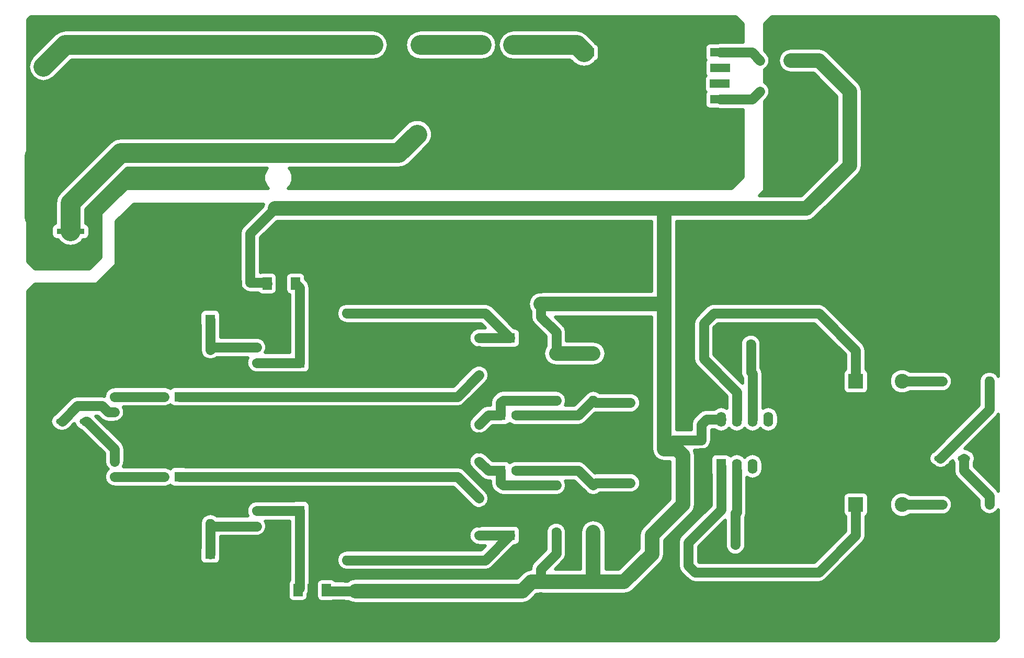
<source format=gbr>
G04 #@! TF.FileFunction,Copper,L1,Top,Signal*
%FSLAX46Y46*%
G04 Gerber Fmt 4.6, Leading zero omitted, Abs format (unit mm)*
G04 Created by KiCad (PCBNEW 4.0.7) date 05/17/21 03:00:34*
%MOMM*%
%LPD*%
G01*
G04 APERTURE LIST*
%ADD10C,0.100000*%
%ADD11C,0.770000*%
%ADD12R,0.750000X1.200000*%
%ADD13R,1.200000X0.750000*%
%ADD14R,1.600000X1.600000*%
%ADD15C,1.600000*%
%ADD16R,2.400000X2.400000*%
%ADD17C,2.400000*%
%ADD18R,2.200000X2.200000*%
%ADD19O,2.200000X2.200000*%
%ADD20C,2.000000*%
%ADD21O,1.400000X0.900000*%
%ADD22R,4.500000X0.900000*%
%ADD23O,2.000000X1.000000*%
%ADD24O,1.600000X1.600000*%
%ADD25C,1.524000*%
%ADD26O,1.524000X3.048000*%
%ADD27R,3.200000X1.400000*%
%ADD28R,3.800000X2.000000*%
%ADD29R,1.500000X2.000000*%
%ADD30R,1.600000X2.400000*%
%ADD31O,1.600000X2.400000*%
%ADD32C,3.200000*%
%ADD33C,2.400000*%
%ADD34C,1.600000*%
%ADD35C,3.200000*%
%ADD36C,0.500000*%
G04 APERTURE END LIST*
D10*
D11*
X213000000Y-29000000D03*
X207000000Y-35000000D03*
X166000000Y-116000000D03*
X169000000Y-111000000D03*
X137000000Y-106000000D03*
X137000000Y-115000000D03*
X131000000Y-118000000D03*
X111000000Y-118000000D03*
X67000000Y-105000000D03*
X95000000Y-87000000D03*
X91000000Y-87000000D03*
X101000000Y-54000000D03*
X94000000Y-54000000D03*
X67000000Y-67000000D03*
X58000000Y-29000000D03*
X117000000Y-41000000D03*
X124000000Y-41000000D03*
X143000000Y-41000000D03*
X171000000Y-29000000D03*
X171000000Y-54000000D03*
X94000000Y-75000000D03*
X87000000Y-71000000D03*
X87000000Y-63000000D03*
X87000000Y-59000000D03*
X91000000Y-63000000D03*
X91000000Y-59000000D03*
X91000000Y-67000000D03*
X87000000Y-67000000D03*
X79000000Y-67000000D03*
X75000000Y-67000000D03*
X83000000Y-67000000D03*
X83000000Y-59000000D03*
X83000000Y-63000000D03*
X75000000Y-59000000D03*
X79000000Y-59000000D03*
X79000000Y-63000000D03*
X75000000Y-63000000D03*
X75000000Y-75000000D03*
X79000000Y-75000000D03*
X71000000Y-75000000D03*
X59000000Y-75000000D03*
X59000000Y-72000000D03*
X79000000Y-71000000D03*
X67000000Y-72000000D03*
X71000000Y-71000000D03*
X75000000Y-71000000D03*
X67000000Y-75000000D03*
X63000000Y-72000000D03*
X63000000Y-75000000D03*
X83000000Y-75000000D03*
X83000000Y-71000000D03*
X83000000Y-87000000D03*
X83000000Y-79000000D03*
X83000000Y-83000000D03*
X63000000Y-83000000D03*
X63000000Y-79000000D03*
X63000000Y-87000000D03*
X67000000Y-83000000D03*
X75000000Y-87000000D03*
X67000000Y-87000000D03*
X75000000Y-79000000D03*
X71000000Y-79000000D03*
X67000000Y-79000000D03*
X79000000Y-79000000D03*
X79000000Y-87000000D03*
X59000000Y-79000000D03*
X59000000Y-87000000D03*
X59000000Y-83000000D03*
X71000000Y-83000000D03*
X79000000Y-83000000D03*
X75000000Y-83000000D03*
X59000000Y-100000000D03*
X59000000Y-104000000D03*
X67000000Y-100000000D03*
X63000000Y-104000000D03*
X63000000Y-100000000D03*
X75000000Y-105000000D03*
X79000000Y-105000000D03*
X83000000Y-105000000D03*
X83000000Y-108000000D03*
X83000000Y-116000000D03*
X83000000Y-112000000D03*
X63000000Y-108000000D03*
X63000000Y-112000000D03*
X67000000Y-108000000D03*
X67000000Y-112000000D03*
X59000000Y-112000000D03*
X59000000Y-108000000D03*
X71000000Y-108000000D03*
X71000000Y-112000000D03*
X79000000Y-112000000D03*
X79000000Y-108000000D03*
X75000000Y-112000000D03*
X75000000Y-108000000D03*
X91000000Y-113000000D03*
X91000000Y-105000000D03*
X99000000Y-105000000D03*
X103000000Y-105000000D03*
X95000000Y-105000000D03*
X99000000Y-116000000D03*
X99000000Y-112000000D03*
X95000000Y-116000000D03*
X95000000Y-120000000D03*
X91000000Y-120000000D03*
X87000000Y-120000000D03*
X83000000Y-120000000D03*
X75000000Y-116000000D03*
X75000000Y-120000000D03*
X79000000Y-116000000D03*
X79000000Y-120000000D03*
X71000000Y-120000000D03*
X71000000Y-116000000D03*
X59000000Y-116000000D03*
X59000000Y-120000000D03*
X67000000Y-120000000D03*
X67000000Y-116000000D03*
X63000000Y-120000000D03*
X63000000Y-116000000D03*
X63000000Y-124000000D03*
X63000000Y-128000000D03*
X67000000Y-124000000D03*
X67000000Y-128000000D03*
X59000000Y-128000000D03*
X59000000Y-124000000D03*
X87000000Y-124000000D03*
X91000000Y-124000000D03*
X83000000Y-124000000D03*
X71000000Y-124000000D03*
X71000000Y-128000000D03*
X91000000Y-128000000D03*
X79000000Y-128000000D03*
X83000000Y-128000000D03*
X87000000Y-128000000D03*
X79000000Y-124000000D03*
X75000000Y-128000000D03*
X95000000Y-128000000D03*
X95000000Y-124000000D03*
X75000000Y-124000000D03*
X107000000Y-128000000D03*
X99000000Y-128000000D03*
X99000000Y-124000000D03*
X207000000Y-104000000D03*
X207000000Y-92000000D03*
X199000000Y-92000000D03*
X199000000Y-96000000D03*
X203000000Y-96000000D03*
X203000000Y-92000000D03*
X199000000Y-100000000D03*
X203000000Y-104000000D03*
X199000000Y-104000000D03*
X191000000Y-104000000D03*
X195000000Y-104000000D03*
X191000000Y-100000000D03*
X195000000Y-100000000D03*
X195000000Y-92000000D03*
X195000000Y-96000000D03*
X191000000Y-96000000D03*
X191000000Y-92000000D03*
X187000000Y-87000000D03*
X183000000Y-87000000D03*
X179000000Y-92000000D03*
X179000000Y-96000000D03*
X183000000Y-92000000D03*
X183000000Y-96000000D03*
X187000000Y-96000000D03*
X187000000Y-92000000D03*
X187000000Y-100000000D03*
X187000000Y-108000000D03*
X187000000Y-112000000D03*
X187000000Y-104000000D03*
X183000000Y-104000000D03*
X183000000Y-100000000D03*
X179000000Y-104000000D03*
X179000000Y-100000000D03*
X175000000Y-112000000D03*
X175000000Y-116000000D03*
X183000000Y-116000000D03*
X183000000Y-112000000D03*
X179000000Y-116000000D03*
X179000000Y-112000000D03*
X183000000Y-108000000D03*
X158000000Y-106000000D03*
X166000000Y-101000000D03*
X166000000Y-106000000D03*
X161000000Y-113000000D03*
X163000000Y-120000000D03*
X159000000Y-120000000D03*
X187000000Y-120000000D03*
X175000000Y-120000000D03*
X183000000Y-120000000D03*
X179000000Y-120000000D03*
X171000000Y-120000000D03*
X167000000Y-120000000D03*
X213000000Y-95000000D03*
X213000000Y-103000000D03*
X211000000Y-112000000D03*
X207000000Y-112000000D03*
X203000000Y-112000000D03*
X191000000Y-116000000D03*
X195000000Y-116000000D03*
X195000000Y-120000000D03*
X191000000Y-120000000D03*
X199000000Y-120000000D03*
X199000000Y-116000000D03*
X207000000Y-120000000D03*
X203000000Y-120000000D03*
X203000000Y-116000000D03*
X207000000Y-116000000D03*
X207000000Y-124000000D03*
X211000000Y-124000000D03*
X203000000Y-124000000D03*
X211000000Y-128000000D03*
X203000000Y-128000000D03*
X207000000Y-128000000D03*
X211000000Y-120000000D03*
X211000000Y-116000000D03*
X167000000Y-124000000D03*
X167000000Y-128000000D03*
X171000000Y-128000000D03*
X171000000Y-124000000D03*
X179000000Y-124000000D03*
X199000000Y-124000000D03*
X199000000Y-128000000D03*
X179000000Y-128000000D03*
X183000000Y-124000000D03*
X191000000Y-128000000D03*
X187000000Y-128000000D03*
X183000000Y-128000000D03*
X195000000Y-128000000D03*
X175000000Y-128000000D03*
X175000000Y-124000000D03*
X187000000Y-124000000D03*
X195000000Y-124000000D03*
X191000000Y-124000000D03*
X155000000Y-124000000D03*
X159000000Y-124000000D03*
X151000000Y-124000000D03*
X139000000Y-124000000D03*
X139000000Y-128000000D03*
X159000000Y-128000000D03*
X147000000Y-128000000D03*
X151000000Y-128000000D03*
X155000000Y-128000000D03*
X147000000Y-124000000D03*
X143000000Y-128000000D03*
X163000000Y-128000000D03*
X163000000Y-124000000D03*
X143000000Y-124000000D03*
X115000000Y-124000000D03*
X135000000Y-124000000D03*
X135000000Y-128000000D03*
X115000000Y-128000000D03*
X119000000Y-124000000D03*
X127000000Y-128000000D03*
X123000000Y-128000000D03*
X119000000Y-128000000D03*
X131000000Y-128000000D03*
X111000000Y-128000000D03*
X111000000Y-124000000D03*
X123000000Y-124000000D03*
X131000000Y-124000000D03*
X127000000Y-124000000D03*
X146000000Y-117000000D03*
X151000000Y-117000000D03*
X145000000Y-104000000D03*
X151000000Y-88000000D03*
X145000000Y-90000000D03*
X155000000Y-97000000D03*
X151000000Y-97000000D03*
X155000000Y-101000000D03*
X151000000Y-101000000D03*
X151000000Y-93000000D03*
X155000000Y-93000000D03*
X139000000Y-99000000D03*
X143000000Y-99000000D03*
X147000000Y-99000000D03*
X107000000Y-96000000D03*
X111000000Y-96000000D03*
X103000000Y-96000000D03*
X171000000Y-85000000D03*
X183000000Y-83000000D03*
X187000000Y-83000000D03*
X175000000Y-79000000D03*
X179000000Y-79000000D03*
X183000000Y-79000000D03*
X203000000Y-83000000D03*
X199000000Y-83000000D03*
X207000000Y-83000000D03*
X195000000Y-83000000D03*
X211000000Y-83000000D03*
X203000000Y-75000000D03*
X199000000Y-75000000D03*
X207000000Y-75000000D03*
X195000000Y-75000000D03*
X211000000Y-75000000D03*
X191000000Y-75000000D03*
X211000000Y-79000000D03*
X195000000Y-79000000D03*
X207000000Y-79000000D03*
X199000000Y-79000000D03*
X203000000Y-79000000D03*
X191000000Y-59000000D03*
X183000000Y-55000000D03*
X179000000Y-55000000D03*
X183000000Y-39000000D03*
X187000000Y-51000000D03*
X183000000Y-51000000D03*
X179000000Y-51000000D03*
X187000000Y-43000000D03*
X187000000Y-47000000D03*
X183000000Y-47000000D03*
X183000000Y-43000000D03*
X179000000Y-43000000D03*
X179000000Y-47000000D03*
X183000000Y-31000000D03*
X179000000Y-31000000D03*
X191000000Y-35000000D03*
X211000000Y-43000000D03*
X211000000Y-39000000D03*
X211000000Y-47000000D03*
X195000000Y-47000000D03*
X195000000Y-39000000D03*
X195000000Y-43000000D03*
X207000000Y-43000000D03*
X207000000Y-47000000D03*
X207000000Y-39000000D03*
X199000000Y-43000000D03*
X199000000Y-47000000D03*
X199000000Y-39000000D03*
X203000000Y-39000000D03*
X203000000Y-47000000D03*
X203000000Y-43000000D03*
X211000000Y-35000000D03*
X211000000Y-55000000D03*
X211000000Y-51000000D03*
X211000000Y-59000000D03*
X195000000Y-59000000D03*
X195000000Y-51000000D03*
X195000000Y-55000000D03*
X207000000Y-55000000D03*
X207000000Y-59000000D03*
X207000000Y-51000000D03*
X199000000Y-55000000D03*
X199000000Y-59000000D03*
X199000000Y-51000000D03*
X203000000Y-51000000D03*
X203000000Y-59000000D03*
X203000000Y-55000000D03*
X203000000Y-67000000D03*
X203000000Y-71000000D03*
X203000000Y-63000000D03*
X199000000Y-63000000D03*
X199000000Y-71000000D03*
X199000000Y-67000000D03*
X207000000Y-63000000D03*
X207000000Y-71000000D03*
X207000000Y-67000000D03*
X195000000Y-67000000D03*
X195000000Y-63000000D03*
X195000000Y-71000000D03*
X211000000Y-71000000D03*
X211000000Y-63000000D03*
X211000000Y-67000000D03*
X187000000Y-67000000D03*
X187000000Y-71000000D03*
X187000000Y-63000000D03*
X183000000Y-63000000D03*
X183000000Y-71000000D03*
X183000000Y-67000000D03*
X191000000Y-63000000D03*
X191000000Y-71000000D03*
X191000000Y-67000000D03*
X179000000Y-67000000D03*
X179000000Y-63000000D03*
X179000000Y-71000000D03*
X163000000Y-71000000D03*
X163000000Y-63000000D03*
X163000000Y-67000000D03*
X175000000Y-67000000D03*
X175000000Y-71000000D03*
X175000000Y-63000000D03*
X167000000Y-67000000D03*
X167000000Y-71000000D03*
X167000000Y-63000000D03*
X171000000Y-63000000D03*
X171000000Y-71000000D03*
X171000000Y-67000000D03*
X151000000Y-67000000D03*
X151000000Y-71000000D03*
X151000000Y-63000000D03*
X147000000Y-63000000D03*
X147000000Y-71000000D03*
X147000000Y-67000000D03*
X155000000Y-63000000D03*
X155000000Y-71000000D03*
X155000000Y-67000000D03*
X143000000Y-67000000D03*
X143000000Y-63000000D03*
X135000000Y-67000000D03*
X135000000Y-71000000D03*
X135000000Y-63000000D03*
X139000000Y-63000000D03*
X143000000Y-71000000D03*
X139000000Y-67000000D03*
X127000000Y-67000000D03*
X127000000Y-71000000D03*
X127000000Y-63000000D03*
X131000000Y-63000000D03*
X131000000Y-71000000D03*
X131000000Y-67000000D03*
X111000000Y-67000000D03*
X111000000Y-71000000D03*
X111000000Y-63000000D03*
X107000000Y-63000000D03*
X107000000Y-71000000D03*
X107000000Y-67000000D03*
X119000000Y-67000000D03*
X123000000Y-71000000D03*
X119000000Y-71000000D03*
X119000000Y-63000000D03*
X115000000Y-63000000D03*
X115000000Y-71000000D03*
X115000000Y-67000000D03*
X123000000Y-63000000D03*
X123000000Y-67000000D03*
X127000000Y-109000000D03*
X127000000Y-113000000D03*
X123000000Y-83000000D03*
X123000000Y-79000000D03*
X115000000Y-83000000D03*
X115000000Y-87000000D03*
X115000000Y-79000000D03*
X119000000Y-79000000D03*
X127000000Y-79000000D03*
X119000000Y-87000000D03*
X123000000Y-87000000D03*
X127000000Y-83000000D03*
X119000000Y-83000000D03*
X107000000Y-83000000D03*
X107000000Y-87000000D03*
X107000000Y-79000000D03*
X111000000Y-79000000D03*
X111000000Y-87000000D03*
X111000000Y-83000000D03*
X107000000Y-109000000D03*
X107000000Y-105000000D03*
X107000000Y-113000000D03*
X111000000Y-109000000D03*
X115000000Y-109000000D03*
X119000000Y-109000000D03*
X119000000Y-113000000D03*
X115000000Y-113000000D03*
X111000000Y-113000000D03*
X119000000Y-105000000D03*
X115000000Y-105000000D03*
X111000000Y-105000000D03*
X123000000Y-105000000D03*
X123000000Y-113000000D03*
X123000000Y-109000000D03*
X83000000Y-100000000D03*
X83000000Y-92000000D03*
X87000000Y-96000000D03*
X87000000Y-92000000D03*
X87000000Y-100000000D03*
X91000000Y-96000000D03*
X91000000Y-100000000D03*
X91000000Y-92000000D03*
X147000000Y-95000000D03*
X111000000Y-100000000D03*
X111000000Y-92000000D03*
X99000000Y-92000000D03*
X103000000Y-92000000D03*
X107000000Y-92000000D03*
X99000000Y-100000000D03*
X103000000Y-100000000D03*
X107000000Y-100000000D03*
X143000000Y-95000000D03*
X139000000Y-95000000D03*
X99000000Y-96000000D03*
X163000000Y-84000000D03*
X163000000Y-75000000D03*
X163000000Y-79000000D03*
X167000000Y-88000000D03*
X163000000Y-88000000D03*
X163000000Y-94000000D03*
X147000000Y-79000000D03*
X156000000Y-79000000D03*
X152000000Y-79000000D03*
X127000000Y-96000000D03*
X127000000Y-100000000D03*
X127000000Y-92000000D03*
X75000000Y-100000000D03*
X119000000Y-96000000D03*
X123000000Y-96000000D03*
X123000000Y-100000000D03*
X119000000Y-100000000D03*
X123000000Y-92000000D03*
X119000000Y-92000000D03*
X115000000Y-92000000D03*
X95000000Y-100000000D03*
X115000000Y-100000000D03*
X95000000Y-92000000D03*
X75000000Y-92000000D03*
X115000000Y-96000000D03*
X95000000Y-96000000D03*
X83000000Y-96000000D03*
X79000000Y-96000000D03*
X73000000Y-96000000D03*
X98000000Y-74000000D03*
X90000000Y-79000000D03*
X98000000Y-79000000D03*
X98000000Y-62000000D03*
X94000000Y-59000000D03*
D12*
X108000000Y-121050000D03*
X108000000Y-122950000D03*
D13*
X92950000Y-71000000D03*
X91050000Y-71000000D03*
D14*
X81500000Y-89500000D03*
D15*
X79000000Y-89500000D03*
D14*
X81500000Y-102500000D03*
D15*
X79000000Y-102500000D03*
D14*
X101000000Y-84000000D03*
D15*
X103500000Y-84000000D03*
D14*
X101000000Y-108000000D03*
D15*
X103500000Y-108000000D03*
D14*
X86500000Y-77000000D03*
D15*
X86500000Y-74500000D03*
D14*
X86500000Y-115000000D03*
D15*
X86500000Y-117500000D03*
D14*
X140000000Y-119500000D03*
D15*
X140000000Y-122000000D03*
D14*
X135000000Y-112000000D03*
D15*
X135000000Y-109500000D03*
D13*
X142550000Y-115000000D03*
X144450000Y-115000000D03*
X142550000Y-79000000D03*
X144450000Y-79000000D03*
D14*
X135000000Y-80000000D03*
D15*
X135000000Y-82500000D03*
D14*
X140000000Y-74500000D03*
D15*
X140000000Y-72000000D03*
D14*
X133500000Y-101500000D03*
D15*
X136000000Y-101500000D03*
D14*
X133500000Y-92500000D03*
D15*
X136000000Y-92500000D03*
D16*
X191000000Y-107000000D03*
D17*
X198500000Y-107000000D03*
D16*
X191000000Y-87000000D03*
D17*
X198500000Y-87000000D03*
D14*
X160000000Y-98000000D03*
D15*
X160000000Y-100500000D03*
D12*
X166000000Y-96550000D03*
X166000000Y-98450000D03*
D18*
X120500000Y-32500000D03*
D19*
X112880000Y-32500000D03*
D20*
X59500000Y-36000000D03*
X59500000Y-49000000D03*
D21*
X58000000Y-60450000D03*
D22*
X63900000Y-65300000D03*
X63900000Y-62700000D03*
D21*
X58000000Y-67550000D03*
D23*
X58800000Y-93500000D03*
X62500000Y-93500000D03*
X66300000Y-93500000D03*
X67000000Y-98300000D03*
X212200000Y-99500000D03*
X208500000Y-99500000D03*
X204700000Y-99500000D03*
X204000000Y-94700000D03*
D15*
X86500000Y-89500000D03*
D24*
X86500000Y-81880000D03*
D15*
X86500000Y-102500000D03*
D24*
X86500000Y-110120000D03*
D15*
X101000000Y-76000000D03*
D24*
X108620000Y-76000000D03*
D15*
X101000000Y-116000000D03*
D24*
X108620000Y-116000000D03*
D15*
X142500000Y-111500000D03*
D24*
X142500000Y-103880000D03*
D15*
X142500000Y-82500000D03*
D24*
X142500000Y-90120000D03*
D15*
X148500000Y-111500000D03*
D24*
X148500000Y-103880000D03*
D15*
X154500000Y-103500000D03*
D24*
X154500000Y-111120000D03*
D15*
X148500000Y-82500000D03*
D24*
X148500000Y-90120000D03*
D15*
X154500000Y-90500000D03*
D24*
X154500000Y-82880000D03*
D15*
X171500000Y-108500000D03*
D24*
X179120000Y-108500000D03*
D15*
X174000000Y-85500000D03*
D24*
X181620000Y-85500000D03*
D15*
X171500000Y-113500000D03*
D24*
X163880000Y-113500000D03*
D15*
X174000000Y-81000000D03*
D24*
X166380000Y-81000000D03*
D15*
X205000000Y-107000000D03*
D24*
X212620000Y-107000000D03*
D15*
X205000000Y-87000000D03*
D24*
X212620000Y-87000000D03*
D25*
X71000000Y-92000000D03*
X71000000Y-89500000D03*
X71000000Y-87000000D03*
X71000000Y-100000000D03*
X71000000Y-102500000D03*
X71000000Y-105000000D03*
X94000000Y-79000000D03*
X94000000Y-81500000D03*
X94000000Y-84000000D03*
X94000000Y-113000000D03*
X94000000Y-110500000D03*
X94000000Y-108000000D03*
D26*
X135540000Y-32500000D03*
X130460000Y-32500000D03*
D27*
X146990000Y-33690000D03*
X146900000Y-41310000D03*
X169010000Y-33690000D03*
X169010000Y-36230000D03*
X168922000Y-38770000D03*
X169010000Y-41310000D03*
D25*
X178000000Y-32500000D03*
X175500000Y-35000000D03*
X178000000Y-37500000D03*
X175500000Y-40000000D03*
X180500000Y-40000000D03*
X180500000Y-35000000D03*
D28*
X98000000Y-64850000D03*
D29*
X98000000Y-71150000D03*
X100300000Y-71150000D03*
X95700000Y-71150000D03*
D28*
X103000000Y-127150000D03*
D29*
X103000000Y-120850000D03*
X100700000Y-120850000D03*
X105300000Y-120850000D03*
D25*
X130000000Y-96000000D03*
X130000000Y-94000000D03*
X130000000Y-86000000D03*
X130000000Y-82000000D03*
X130000000Y-80000000D03*
X130000000Y-112000000D03*
X130000000Y-110000000D03*
X130000000Y-106000000D03*
X130000000Y-100000000D03*
X130000000Y-98000000D03*
D30*
X169210000Y-100810000D03*
D31*
X176830000Y-93190000D03*
X171750000Y-100810000D03*
X174290000Y-93190000D03*
X174290000Y-100810000D03*
X171750000Y-93190000D03*
X176830000Y-100810000D03*
X169210000Y-93190000D03*
D32*
X120000000Y-47000000D03*
D33*
X148500000Y-111500000D02*
X148500000Y-119500000D01*
X140000000Y-74500000D02*
X159500000Y-74500000D01*
X159500000Y-74500000D02*
X160000000Y-75000000D01*
X142500000Y-82500000D02*
X148500000Y-82500000D01*
D34*
X108000000Y-121050000D02*
X109950000Y-121050000D01*
D33*
X138500000Y-119500000D02*
X137000000Y-121000000D01*
X137000000Y-121000000D02*
X110000000Y-121000000D01*
X138500000Y-119500000D02*
X140000000Y-119500000D01*
D34*
X109950000Y-121050000D02*
X110000000Y-121000000D01*
X92950000Y-71000000D02*
X92950000Y-63050000D01*
D33*
X97000000Y-59000000D02*
X160000000Y-59000000D01*
D34*
X92950000Y-63050000D02*
X97000000Y-59000000D01*
D33*
X160000000Y-98000000D02*
X162000000Y-98000000D01*
X153500000Y-119500000D02*
X148000000Y-119500000D01*
X148000000Y-119500000D02*
X140000000Y-119500000D01*
X158000000Y-115000000D02*
X153500000Y-119500000D01*
X158000000Y-112000000D02*
X158000000Y-115000000D01*
X163000000Y-107000000D02*
X158000000Y-112000000D01*
X163000000Y-99000000D02*
X163000000Y-107000000D01*
X162000000Y-98000000D02*
X163000000Y-99000000D01*
X160000000Y-98000000D02*
X160000000Y-75000000D01*
X160000000Y-75000000D02*
X160000000Y-59000000D01*
X180500000Y-35000000D02*
X185000000Y-35000000D01*
X183000000Y-59000000D02*
X160000000Y-59000000D01*
X190000000Y-52000000D02*
X183000000Y-59000000D01*
X190000000Y-40000000D02*
X190000000Y-52000000D01*
X185000000Y-35000000D02*
X190000000Y-40000000D01*
D34*
X169210000Y-93190000D02*
X166810000Y-93190000D01*
X166000000Y-94000000D02*
X166000000Y-96550000D01*
X166810000Y-93190000D02*
X166000000Y-94000000D01*
X166000000Y-96550000D02*
X161450000Y-96550000D01*
X161450000Y-96550000D02*
X160000000Y-98000000D01*
X142500000Y-82500000D02*
X142500000Y-79050000D01*
X142500000Y-79050000D02*
X140000000Y-76550000D01*
X140000000Y-76550000D02*
X140000000Y-74500000D01*
X142500000Y-111500000D02*
X142500000Y-114950000D01*
X142500000Y-114950000D02*
X140000000Y-117450000D01*
X140000000Y-117450000D02*
X140000000Y-119500000D01*
X108050000Y-121000000D02*
X105450000Y-121000000D01*
X105450000Y-121000000D02*
X105300000Y-120850000D01*
X92950000Y-71000000D02*
X95550000Y-71000000D01*
X95550000Y-71000000D02*
X95700000Y-71150000D01*
X86500000Y-102500000D02*
X126500000Y-102500000D01*
X126500000Y-102500000D02*
X130000000Y-106000000D01*
X81500000Y-102500000D02*
X86500000Y-102500000D01*
X71000000Y-89500000D02*
X79000000Y-89500000D01*
X86500000Y-89500000D02*
X126500000Y-89500000D01*
X126500000Y-89500000D02*
X130000000Y-86000000D01*
X81500000Y-89500000D02*
X86500000Y-89500000D01*
X71000000Y-102500000D02*
X79000000Y-102500000D01*
X101000000Y-76000000D02*
X101000000Y-71850000D01*
X101000000Y-71850000D02*
X100300000Y-71150000D01*
X101000000Y-76000000D02*
X101000000Y-84000000D01*
X94000000Y-84000000D02*
X101000000Y-84000000D01*
X101000000Y-116000000D02*
X101000000Y-120550000D01*
X101000000Y-120550000D02*
X100700000Y-120850000D01*
X94000000Y-108000000D02*
X101000000Y-108000000D01*
X101000000Y-108000000D02*
X101000000Y-116000000D01*
X94000000Y-81500000D02*
X86880000Y-81500000D01*
X86880000Y-81500000D02*
X86500000Y-81880000D01*
X86500000Y-81880000D02*
X86500000Y-77000000D01*
X94000000Y-110500000D02*
X86880000Y-110500000D01*
X86880000Y-110500000D02*
X86500000Y-110120000D01*
X86500000Y-110120000D02*
X86500000Y-115000000D01*
X135000000Y-112000000D02*
X130000000Y-112000000D01*
X108620000Y-116000000D02*
X131000000Y-116000000D01*
X131000000Y-116000000D02*
X135000000Y-112000000D01*
X135000000Y-80000000D02*
X130000000Y-80000000D01*
X108620000Y-76000000D02*
X131000000Y-76000000D01*
X131000000Y-76000000D02*
X135000000Y-80000000D01*
X133500000Y-101500000D02*
X133500000Y-103500000D01*
X133880000Y-103880000D02*
X142500000Y-103880000D01*
X133500000Y-103500000D02*
X133880000Y-103880000D01*
X133500000Y-101500000D02*
X131500000Y-101500000D01*
X131500000Y-101500000D02*
X130000000Y-100000000D01*
X154500000Y-103500000D02*
X148880000Y-103500000D01*
X148880000Y-103500000D02*
X148500000Y-103880000D01*
X136000000Y-101500000D02*
X146120000Y-101500000D01*
X146120000Y-101500000D02*
X148500000Y-103880000D01*
X133500000Y-92500000D02*
X133500000Y-90500000D01*
X133880000Y-90120000D02*
X142500000Y-90120000D01*
X133500000Y-90500000D02*
X133880000Y-90120000D01*
X133500000Y-92500000D02*
X131500000Y-92500000D01*
X131500000Y-92500000D02*
X130000000Y-94000000D01*
X154500000Y-90500000D02*
X148880000Y-90500000D01*
X148880000Y-90500000D02*
X148500000Y-90120000D01*
X136000000Y-92500000D02*
X146120000Y-92500000D01*
X146120000Y-92500000D02*
X148500000Y-90120000D01*
X169210000Y-100810000D02*
X169210000Y-107790000D01*
X169210000Y-107790000D02*
X163880000Y-113120000D01*
X163880000Y-113120000D02*
X163880000Y-113500000D01*
X163880000Y-113500000D02*
X163880000Y-116880000D01*
X191000000Y-112000000D02*
X191000000Y-107000000D01*
X185000000Y-118000000D02*
X191000000Y-112000000D01*
X165000000Y-118000000D02*
X185000000Y-118000000D01*
X163880000Y-116880000D02*
X165000000Y-118000000D01*
X198500000Y-107000000D02*
X205000000Y-107000000D01*
X166380000Y-81000000D02*
X166380000Y-83380000D01*
X171750000Y-88750000D02*
X171750000Y-93190000D01*
X166380000Y-83380000D02*
X171750000Y-88750000D01*
X171730000Y-93170000D02*
X171750000Y-93190000D01*
X191000000Y-87000000D02*
X191000000Y-82000000D01*
X191000000Y-82000000D02*
X185000000Y-76000000D01*
X185000000Y-76000000D02*
X168000000Y-76000000D01*
X168000000Y-76000000D02*
X166380000Y-77620000D01*
X166380000Y-77620000D02*
X166380000Y-81000000D01*
X198500000Y-87000000D02*
X205000000Y-87000000D01*
D35*
X63900000Y-62700000D02*
X63900000Y-58100000D01*
X117000000Y-50000000D02*
X120000000Y-47000000D01*
X72000000Y-50000000D02*
X117000000Y-50000000D01*
X63900000Y-58100000D02*
X72000000Y-50000000D01*
X130460000Y-32500000D02*
X120500000Y-32500000D01*
X112880000Y-32500000D02*
X63000000Y-32500000D01*
X63000000Y-32500000D02*
X59500000Y-36000000D01*
X58000000Y-60450000D02*
X58000000Y-50500000D01*
X58000000Y-50500000D02*
X59500000Y-49000000D01*
D34*
X71000000Y-92000000D02*
X70000000Y-92000000D01*
X65000000Y-91000000D02*
X62500000Y-93500000D01*
X69000000Y-91000000D02*
X65000000Y-91000000D01*
X70000000Y-92000000D02*
X69000000Y-91000000D01*
X66300000Y-93500000D02*
X66500000Y-93500000D01*
X66500000Y-93500000D02*
X71000000Y-98000000D01*
X71000000Y-98000000D02*
X71000000Y-100000000D01*
X212620000Y-107000000D02*
X212620000Y-105620000D01*
X208500000Y-101500000D02*
X208500000Y-99500000D01*
X212620000Y-105620000D02*
X208500000Y-101500000D01*
X212620000Y-87000000D02*
X212620000Y-91580000D01*
X212620000Y-91580000D02*
X204700000Y-99500000D01*
X171500000Y-108500000D02*
X171500000Y-113500000D01*
X171730000Y-101445000D02*
X171730000Y-108270000D01*
X171730000Y-108270000D02*
X171500000Y-108500000D01*
X174290000Y-93190000D02*
X174290000Y-85790000D01*
X174290000Y-85790000D02*
X174000000Y-85500000D01*
X174000000Y-85500000D02*
X174000000Y-81000000D01*
X174270000Y-85770000D02*
X174000000Y-85500000D01*
D35*
X135540000Y-32500000D02*
X145800000Y-32500000D01*
X145800000Y-32500000D02*
X146990000Y-33690000D01*
D34*
X169010000Y-33690000D02*
X174190000Y-33690000D01*
X174190000Y-33690000D02*
X175500000Y-35000000D01*
X169010000Y-41310000D02*
X174190000Y-41310000D01*
X174190000Y-41310000D02*
X175500000Y-40000000D01*
D36*
G36*
X172750000Y-29103554D02*
X172750000Y-32040000D01*
X169010000Y-32040000D01*
X168590982Y-32123348D01*
X167410000Y-32123348D01*
X167095009Y-32182618D01*
X166805709Y-32368777D01*
X166611628Y-32652824D01*
X166543348Y-32990000D01*
X166543348Y-34390000D01*
X166602618Y-34704991D01*
X166768651Y-34963014D01*
X166611628Y-35192824D01*
X166543348Y-35530000D01*
X166543348Y-36930000D01*
X166602618Y-37244991D01*
X166729053Y-37441477D01*
X166717709Y-37448777D01*
X166523628Y-37732824D01*
X166455348Y-38070000D01*
X166455348Y-39470000D01*
X166514618Y-39784991D01*
X166700777Y-40074291D01*
X166732479Y-40095952D01*
X166611628Y-40272824D01*
X166543348Y-40610000D01*
X166543348Y-42010000D01*
X166602618Y-42324991D01*
X166788777Y-42614291D01*
X167072824Y-42808372D01*
X167410000Y-42876652D01*
X168590982Y-42876652D01*
X169010000Y-42960000D01*
X172750000Y-42960000D01*
X172750000Y-53896446D01*
X170896446Y-55750000D01*
X99073249Y-55750000D01*
X99491071Y-55332906D01*
X99849591Y-54469495D01*
X99850407Y-53534607D01*
X99493395Y-52670571D01*
X99273208Y-52450000D01*
X116999995Y-52450000D01*
X117000000Y-52450001D01*
X117937575Y-52263505D01*
X118732412Y-51732412D01*
X121731759Y-48733064D01*
X122075798Y-48389625D01*
X122449573Y-47489473D01*
X122450000Y-47000003D01*
X122450001Y-47000000D01*
X122450000Y-46999997D01*
X122450424Y-46514803D01*
X122078220Y-45614000D01*
X121389625Y-44924202D01*
X120489473Y-44550427D01*
X120000003Y-44550000D01*
X120000000Y-44549999D01*
X119999997Y-44550000D01*
X119514803Y-44549576D01*
X118614000Y-44921780D01*
X117924202Y-45610375D01*
X117923776Y-45611401D01*
X115985176Y-47550000D01*
X72000005Y-47550000D01*
X72000000Y-47549999D01*
X71062425Y-47736495D01*
X70267588Y-48267588D01*
X62167588Y-56367588D01*
X61636495Y-57162425D01*
X61449999Y-58100000D01*
X61450000Y-58100005D01*
X61450000Y-61420981D01*
X61335009Y-61442618D01*
X61045709Y-61628777D01*
X60851628Y-61912824D01*
X60783348Y-62250000D01*
X60783348Y-63150000D01*
X60842618Y-63464991D01*
X61028777Y-63754291D01*
X61312824Y-63948372D01*
X61650000Y-64016652D01*
X61889786Y-64016652D01*
X62167588Y-64432412D01*
X62962426Y-64963505D01*
X63900000Y-65150000D01*
X64837574Y-64963505D01*
X65632412Y-64432412D01*
X65910214Y-64016652D01*
X66150000Y-64016652D01*
X66464991Y-63957382D01*
X66754291Y-63771223D01*
X66948372Y-63487176D01*
X67016652Y-63150000D01*
X67016652Y-62250000D01*
X66957382Y-61935009D01*
X66771223Y-61645709D01*
X66487176Y-61451628D01*
X66350000Y-61423849D01*
X66350000Y-59114824D01*
X73014824Y-52450000D01*
X95726402Y-52450000D01*
X95508929Y-52667094D01*
X95150409Y-53530505D01*
X95149593Y-54465393D01*
X95506605Y-55329429D01*
X95926443Y-55750000D01*
X73000000Y-55750000D01*
X72902736Y-55769696D01*
X72823223Y-55823223D01*
X68823223Y-59823223D01*
X68768375Y-59905927D01*
X68750000Y-60000000D01*
X68750000Y-66896446D01*
X66896446Y-68750000D01*
X58103554Y-68750000D01*
X56925000Y-67571446D01*
X56925000Y-36000000D01*
X57049999Y-36000000D01*
X57236495Y-36937575D01*
X57767588Y-37732412D01*
X58562425Y-38263505D01*
X59500000Y-38450001D01*
X60437575Y-38263505D01*
X61232412Y-37732412D01*
X64014823Y-34950000D01*
X112880000Y-34950000D01*
X113817574Y-34763505D01*
X114612412Y-34232412D01*
X115143505Y-33437574D01*
X115330000Y-32500000D01*
X118050000Y-32500000D01*
X118236495Y-33437574D01*
X118767588Y-34232412D01*
X119562426Y-34763505D01*
X120500000Y-34950000D01*
X130460000Y-34950000D01*
X131397574Y-34763505D01*
X132192412Y-34232412D01*
X132723505Y-33437574D01*
X132910000Y-32500000D01*
X133090000Y-32500000D01*
X133276495Y-33437574D01*
X133807588Y-34232412D01*
X134602426Y-34763505D01*
X135540000Y-34950000D01*
X144740277Y-34950000D01*
X144768777Y-34994291D01*
X144960392Y-35125216D01*
X145257588Y-35422412D01*
X146052425Y-35953505D01*
X146990000Y-36140000D01*
X147927575Y-35953505D01*
X148722412Y-35422412D01*
X148868139Y-35204316D01*
X148904991Y-35197382D01*
X149194291Y-35011223D01*
X149388372Y-34727176D01*
X149456652Y-34390000D01*
X149456652Y-32990000D01*
X149397382Y-32675009D01*
X149211223Y-32385709D01*
X148927176Y-32191628D01*
X148871221Y-32180297D01*
X148722412Y-31957588D01*
X147532412Y-30767588D01*
X146737575Y-30236495D01*
X145800000Y-30049999D01*
X145799995Y-30050000D01*
X135540000Y-30050000D01*
X134602426Y-30236495D01*
X133807588Y-30767588D01*
X133276495Y-31562426D01*
X133090000Y-32500000D01*
X132910000Y-32500000D01*
X132723505Y-31562426D01*
X132192412Y-30767588D01*
X131397574Y-30236495D01*
X130460000Y-30050000D01*
X120500000Y-30050000D01*
X119562426Y-30236495D01*
X118767588Y-30767588D01*
X118236495Y-31562426D01*
X118050000Y-32500000D01*
X115330000Y-32500000D01*
X115143505Y-31562426D01*
X114612412Y-30767588D01*
X113817574Y-30236495D01*
X112880000Y-30050000D01*
X63000000Y-30050000D01*
X62062426Y-30236495D01*
X61267588Y-30767588D01*
X61267586Y-30767591D01*
X57767588Y-34267588D01*
X57236495Y-35062425D01*
X57049999Y-36000000D01*
X56925000Y-36000000D01*
X56925000Y-28428554D01*
X57428554Y-27925000D01*
X171571446Y-27925000D01*
X172750000Y-29103554D01*
X172750000Y-29103554D01*
G37*
X172750000Y-29103554D02*
X172750000Y-32040000D01*
X169010000Y-32040000D01*
X168590982Y-32123348D01*
X167410000Y-32123348D01*
X167095009Y-32182618D01*
X166805709Y-32368777D01*
X166611628Y-32652824D01*
X166543348Y-32990000D01*
X166543348Y-34390000D01*
X166602618Y-34704991D01*
X166768651Y-34963014D01*
X166611628Y-35192824D01*
X166543348Y-35530000D01*
X166543348Y-36930000D01*
X166602618Y-37244991D01*
X166729053Y-37441477D01*
X166717709Y-37448777D01*
X166523628Y-37732824D01*
X166455348Y-38070000D01*
X166455348Y-39470000D01*
X166514618Y-39784991D01*
X166700777Y-40074291D01*
X166732479Y-40095952D01*
X166611628Y-40272824D01*
X166543348Y-40610000D01*
X166543348Y-42010000D01*
X166602618Y-42324991D01*
X166788777Y-42614291D01*
X167072824Y-42808372D01*
X167410000Y-42876652D01*
X168590982Y-42876652D01*
X169010000Y-42960000D01*
X172750000Y-42960000D01*
X172750000Y-53896446D01*
X170896446Y-55750000D01*
X99073249Y-55750000D01*
X99491071Y-55332906D01*
X99849591Y-54469495D01*
X99850407Y-53534607D01*
X99493395Y-52670571D01*
X99273208Y-52450000D01*
X116999995Y-52450000D01*
X117000000Y-52450001D01*
X117937575Y-52263505D01*
X118732412Y-51732412D01*
X121731759Y-48733064D01*
X122075798Y-48389625D01*
X122449573Y-47489473D01*
X122450000Y-47000003D01*
X122450001Y-47000000D01*
X122450000Y-46999997D01*
X122450424Y-46514803D01*
X122078220Y-45614000D01*
X121389625Y-44924202D01*
X120489473Y-44550427D01*
X120000003Y-44550000D01*
X120000000Y-44549999D01*
X119999997Y-44550000D01*
X119514803Y-44549576D01*
X118614000Y-44921780D01*
X117924202Y-45610375D01*
X117923776Y-45611401D01*
X115985176Y-47550000D01*
X72000005Y-47550000D01*
X72000000Y-47549999D01*
X71062425Y-47736495D01*
X70267588Y-48267588D01*
X62167588Y-56367588D01*
X61636495Y-57162425D01*
X61449999Y-58100000D01*
X61450000Y-58100005D01*
X61450000Y-61420981D01*
X61335009Y-61442618D01*
X61045709Y-61628777D01*
X60851628Y-61912824D01*
X60783348Y-62250000D01*
X60783348Y-63150000D01*
X60842618Y-63464991D01*
X61028777Y-63754291D01*
X61312824Y-63948372D01*
X61650000Y-64016652D01*
X61889786Y-64016652D01*
X62167588Y-64432412D01*
X62962426Y-64963505D01*
X63900000Y-65150000D01*
X64837574Y-64963505D01*
X65632412Y-64432412D01*
X65910214Y-64016652D01*
X66150000Y-64016652D01*
X66464991Y-63957382D01*
X66754291Y-63771223D01*
X66948372Y-63487176D01*
X67016652Y-63150000D01*
X67016652Y-62250000D01*
X66957382Y-61935009D01*
X66771223Y-61645709D01*
X66487176Y-61451628D01*
X66350000Y-61423849D01*
X66350000Y-59114824D01*
X73014824Y-52450000D01*
X95726402Y-52450000D01*
X95508929Y-52667094D01*
X95150409Y-53530505D01*
X95149593Y-54465393D01*
X95506605Y-55329429D01*
X95926443Y-55750000D01*
X73000000Y-55750000D01*
X72902736Y-55769696D01*
X72823223Y-55823223D01*
X68823223Y-59823223D01*
X68768375Y-59905927D01*
X68750000Y-60000000D01*
X68750000Y-66896446D01*
X66896446Y-68750000D01*
X58103554Y-68750000D01*
X56925000Y-67571446D01*
X56925000Y-36000000D01*
X57049999Y-36000000D01*
X57236495Y-36937575D01*
X57767588Y-37732412D01*
X58562425Y-38263505D01*
X59500000Y-38450001D01*
X60437575Y-38263505D01*
X61232412Y-37732412D01*
X64014823Y-34950000D01*
X112880000Y-34950000D01*
X113817574Y-34763505D01*
X114612412Y-34232412D01*
X115143505Y-33437574D01*
X115330000Y-32500000D01*
X118050000Y-32500000D01*
X118236495Y-33437574D01*
X118767588Y-34232412D01*
X119562426Y-34763505D01*
X120500000Y-34950000D01*
X130460000Y-34950000D01*
X131397574Y-34763505D01*
X132192412Y-34232412D01*
X132723505Y-33437574D01*
X132910000Y-32500000D01*
X133090000Y-32500000D01*
X133276495Y-33437574D01*
X133807588Y-34232412D01*
X134602426Y-34763505D01*
X135540000Y-34950000D01*
X144740277Y-34950000D01*
X144768777Y-34994291D01*
X144960392Y-35125216D01*
X145257588Y-35422412D01*
X146052425Y-35953505D01*
X146990000Y-36140000D01*
X147927575Y-35953505D01*
X148722412Y-35422412D01*
X148868139Y-35204316D01*
X148904991Y-35197382D01*
X149194291Y-35011223D01*
X149388372Y-34727176D01*
X149456652Y-34390000D01*
X149456652Y-32990000D01*
X149397382Y-32675009D01*
X149211223Y-32385709D01*
X148927176Y-32191628D01*
X148871221Y-32180297D01*
X148722412Y-31957588D01*
X147532412Y-30767588D01*
X146737575Y-30236495D01*
X145800000Y-30049999D01*
X145799995Y-30050000D01*
X135540000Y-30050000D01*
X134602426Y-30236495D01*
X133807588Y-30767588D01*
X133276495Y-31562426D01*
X133090000Y-32500000D01*
X132910000Y-32500000D01*
X132723505Y-31562426D01*
X132192412Y-30767588D01*
X131397574Y-30236495D01*
X130460000Y-30050000D01*
X120500000Y-30050000D01*
X119562426Y-30236495D01*
X118767588Y-30767588D01*
X118236495Y-31562426D01*
X118050000Y-32500000D01*
X115330000Y-32500000D01*
X115143505Y-31562426D01*
X114612412Y-30767588D01*
X113817574Y-30236495D01*
X112880000Y-30050000D01*
X63000000Y-30050000D01*
X62062426Y-30236495D01*
X61267588Y-30767588D01*
X61267586Y-30767591D01*
X57767588Y-34267588D01*
X57236495Y-35062425D01*
X57049999Y-36000000D01*
X56925000Y-36000000D01*
X56925000Y-28428554D01*
X57428554Y-27925000D01*
X171571446Y-27925000D01*
X172750000Y-29103554D01*
G36*
X214075000Y-28428554D02*
X214075000Y-86216328D01*
X213819051Y-85833274D01*
X213283753Y-85475599D01*
X212652325Y-85350000D01*
X212587675Y-85350000D01*
X211956247Y-85475599D01*
X211420949Y-85833274D01*
X211063274Y-86368572D01*
X210937675Y-87000000D01*
X210970000Y-87162509D01*
X210970000Y-90896548D01*
X203546633Y-98319915D01*
X203209162Y-98545406D01*
X202916519Y-98983377D01*
X202813756Y-99500000D01*
X202916519Y-100016623D01*
X203209162Y-100454594D01*
X203647133Y-100747237D01*
X203656580Y-100749116D01*
X204068573Y-101024401D01*
X204700000Y-101150000D01*
X205331427Y-101024401D01*
X205743420Y-100749116D01*
X205752867Y-100747237D01*
X206190838Y-100454594D01*
X206416329Y-100117123D01*
X206683388Y-99850064D01*
X206716519Y-100016623D01*
X206850000Y-100216391D01*
X206850000Y-101500000D01*
X206975599Y-102131428D01*
X207266353Y-102566571D01*
X207333274Y-102666726D01*
X210970000Y-106303452D01*
X210970000Y-106837491D01*
X210937675Y-107000000D01*
X211063274Y-107631428D01*
X211420949Y-108166726D01*
X211956247Y-108524401D01*
X212587675Y-108650000D01*
X212652325Y-108650000D01*
X213283753Y-108524401D01*
X213819051Y-108166726D01*
X214075000Y-107783672D01*
X214075000Y-128571446D01*
X213571446Y-129075000D01*
X57428554Y-129075000D01*
X56925000Y-128571446D01*
X56925000Y-114200000D01*
X84833348Y-114200000D01*
X84833348Y-115800000D01*
X84892618Y-116114991D01*
X85078777Y-116404291D01*
X85362824Y-116598372D01*
X85700000Y-116666652D01*
X87300000Y-116666652D01*
X87614991Y-116607382D01*
X87904291Y-116421223D01*
X88098372Y-116137176D01*
X88166652Y-115800000D01*
X88166652Y-114200000D01*
X88150000Y-114111503D01*
X88150000Y-112150000D01*
X94000000Y-112150000D01*
X94190202Y-112112167D01*
X94319240Y-112112279D01*
X94439550Y-112062568D01*
X94631428Y-112024401D01*
X94792672Y-111916661D01*
X94911932Y-111867384D01*
X95004062Y-111775415D01*
X95166726Y-111666726D01*
X95274466Y-111505482D01*
X95365790Y-111414317D01*
X95415711Y-111294094D01*
X95524401Y-111131428D01*
X95562234Y-110941228D01*
X95611720Y-110822053D01*
X95611833Y-110691876D01*
X95650000Y-110500000D01*
X95612167Y-110309798D01*
X95612279Y-110180760D01*
X95562568Y-110060450D01*
X95524401Y-109868572D01*
X95416661Y-109707328D01*
X95392974Y-109650000D01*
X99350000Y-109650000D01*
X99350000Y-115999708D01*
X99349715Y-116326765D01*
X99350000Y-116327455D01*
X99350000Y-119226016D01*
X99345709Y-119228777D01*
X99151628Y-119512824D01*
X99083348Y-119850000D01*
X99083348Y-120682349D01*
X99050000Y-120850000D01*
X99083348Y-121017651D01*
X99083348Y-121850000D01*
X99142618Y-122164991D01*
X99328777Y-122454291D01*
X99612824Y-122648372D01*
X99950000Y-122716652D01*
X101450000Y-122716652D01*
X101764991Y-122657382D01*
X102054291Y-122471223D01*
X102248372Y-122187176D01*
X102316652Y-121850000D01*
X102316652Y-121492346D01*
X102382396Y-121393953D01*
X102524401Y-121181428D01*
X102650000Y-120550000D01*
X102650000Y-116000000D01*
X106937675Y-116000000D01*
X107063274Y-116631428D01*
X107420949Y-117166726D01*
X107956247Y-117524401D01*
X108587675Y-117650000D01*
X131000000Y-117650000D01*
X131631428Y-117524401D01*
X132166726Y-117166726D01*
X135666800Y-113666652D01*
X135800000Y-113666652D01*
X136114991Y-113607382D01*
X136404291Y-113421223D01*
X136598372Y-113137176D01*
X136666652Y-112800000D01*
X136666652Y-111200000D01*
X136607382Y-110885009D01*
X136421223Y-110595709D01*
X136137176Y-110401628D01*
X135800000Y-110333348D01*
X134200000Y-110333348D01*
X134111503Y-110350000D01*
X130000000Y-110350000D01*
X129809798Y-110387833D01*
X129680760Y-110387721D01*
X129560450Y-110437432D01*
X129368572Y-110475599D01*
X129207328Y-110583339D01*
X129088068Y-110632616D01*
X128995938Y-110724585D01*
X128833274Y-110833274D01*
X128725534Y-110994518D01*
X128634210Y-111085683D01*
X128584289Y-111205906D01*
X128475599Y-111368572D01*
X128437766Y-111558772D01*
X128388280Y-111677947D01*
X128388167Y-111808124D01*
X128350000Y-112000000D01*
X128387833Y-112190202D01*
X128387721Y-112319240D01*
X128437432Y-112439550D01*
X128475599Y-112631428D01*
X128583339Y-112792672D01*
X128632616Y-112911932D01*
X128724585Y-113004062D01*
X128833274Y-113166726D01*
X128994518Y-113274466D01*
X129085683Y-113365790D01*
X129205906Y-113415711D01*
X129368572Y-113524401D01*
X129558772Y-113562234D01*
X129677947Y-113611720D01*
X129808124Y-113611833D01*
X130000000Y-113650000D01*
X131016548Y-113650000D01*
X130316548Y-114350000D01*
X108587675Y-114350000D01*
X107956247Y-114475599D01*
X107420949Y-114833274D01*
X107063274Y-115368572D01*
X106937675Y-116000000D01*
X102650000Y-116000000D01*
X102650285Y-115673235D01*
X102650000Y-115672545D01*
X102650000Y-108882230D01*
X102666652Y-108800000D01*
X102666652Y-107200000D01*
X102607382Y-106885009D01*
X102421223Y-106595709D01*
X102137176Y-106401628D01*
X101800000Y-106333348D01*
X100200000Y-106333348D01*
X100111503Y-106350000D01*
X94000000Y-106350000D01*
X93809798Y-106387833D01*
X93680760Y-106387721D01*
X93560450Y-106437432D01*
X93368572Y-106475599D01*
X93207328Y-106583339D01*
X93088068Y-106632616D01*
X92995938Y-106724585D01*
X92833274Y-106833274D01*
X92725534Y-106994518D01*
X92634210Y-107085683D01*
X92584289Y-107205906D01*
X92475599Y-107368572D01*
X92437766Y-107558772D01*
X92388280Y-107677947D01*
X92388167Y-107808124D01*
X92350000Y-108000000D01*
X92387833Y-108190202D01*
X92387721Y-108319240D01*
X92437432Y-108439550D01*
X92475599Y-108631428D01*
X92583339Y-108792672D01*
X92607026Y-108850000D01*
X87560543Y-108850000D01*
X87131428Y-108563274D01*
X86500000Y-108437675D01*
X85868572Y-108563274D01*
X85333274Y-108920949D01*
X84975599Y-109456247D01*
X84850000Y-110087675D01*
X84850000Y-114117770D01*
X84833348Y-114200000D01*
X56925000Y-114200000D01*
X56925000Y-93500000D01*
X60613756Y-93500000D01*
X60716519Y-94016623D01*
X61009162Y-94454594D01*
X61447133Y-94747237D01*
X61456580Y-94749116D01*
X61868573Y-95024401D01*
X62500000Y-95150000D01*
X63131427Y-95024401D01*
X63543420Y-94749116D01*
X63552867Y-94747237D01*
X63990838Y-94454594D01*
X64216329Y-94117123D01*
X64483388Y-93850064D01*
X64516519Y-94016623D01*
X64809162Y-94454594D01*
X65247133Y-94747237D01*
X65256579Y-94749116D01*
X65668572Y-95024401D01*
X65696505Y-95029957D01*
X69350000Y-98683452D01*
X69350000Y-100000000D01*
X69387833Y-100190202D01*
X69387721Y-100319240D01*
X69437432Y-100439550D01*
X69475599Y-100631428D01*
X69583339Y-100792672D01*
X69632616Y-100911932D01*
X69724585Y-101004062D01*
X69833274Y-101166726D01*
X69957902Y-101250000D01*
X69833274Y-101333274D01*
X69725534Y-101494518D01*
X69634210Y-101585683D01*
X69584289Y-101705906D01*
X69475599Y-101868572D01*
X69437766Y-102058772D01*
X69388280Y-102177947D01*
X69388167Y-102308124D01*
X69350000Y-102500000D01*
X69387833Y-102690202D01*
X69387721Y-102819240D01*
X69437432Y-102939550D01*
X69475599Y-103131428D01*
X69583339Y-103292672D01*
X69632616Y-103411932D01*
X69724585Y-103504062D01*
X69833274Y-103666726D01*
X69994518Y-103774466D01*
X70085683Y-103865790D01*
X70205906Y-103915711D01*
X70368572Y-104024401D01*
X70558772Y-104062234D01*
X70677947Y-104111720D01*
X70808124Y-104111833D01*
X71000000Y-104150000D01*
X78999708Y-104150000D01*
X79326765Y-104150285D01*
X79933429Y-103899617D01*
X80020097Y-103813100D01*
X80078777Y-103904291D01*
X80362824Y-104098372D01*
X80700000Y-104166652D01*
X82300000Y-104166652D01*
X82388497Y-104150000D01*
X86499708Y-104150000D01*
X86826765Y-104150285D01*
X86827455Y-104150000D01*
X125816548Y-104150000D01*
X128833273Y-107166726D01*
X128994520Y-107274467D01*
X129085683Y-107365790D01*
X129205906Y-107415711D01*
X129368572Y-107524401D01*
X129558771Y-107562234D01*
X129677947Y-107611720D01*
X129808128Y-107611833D01*
X130000000Y-107649999D01*
X130190198Y-107612167D01*
X130319240Y-107612279D01*
X130439552Y-107562567D01*
X130631427Y-107524401D01*
X130792670Y-107416662D01*
X130911932Y-107367384D01*
X131004062Y-107275414D01*
X131166726Y-107166726D01*
X131274465Y-107005482D01*
X131365790Y-106914317D01*
X131415712Y-106794092D01*
X131524401Y-106631427D01*
X131562233Y-106441230D01*
X131611720Y-106322053D01*
X131611833Y-106191872D01*
X131649999Y-106000000D01*
X131612167Y-105809802D01*
X131612279Y-105680760D01*
X131562567Y-105560448D01*
X131524401Y-105368572D01*
X131416661Y-105207327D01*
X131367384Y-105088068D01*
X131275416Y-104995940D01*
X131166726Y-104833273D01*
X127666726Y-101333274D01*
X127542340Y-101250162D01*
X127131428Y-100975599D01*
X126500000Y-100850000D01*
X86500292Y-100850000D01*
X86173235Y-100849715D01*
X86172545Y-100850000D01*
X82382230Y-100850000D01*
X82300000Y-100833348D01*
X80700000Y-100833348D01*
X80385009Y-100892618D01*
X80095709Y-101078777D01*
X80021334Y-101187628D01*
X79935870Y-101102014D01*
X79329645Y-100850287D01*
X78673235Y-100849715D01*
X78672545Y-100850000D01*
X72392497Y-100850000D01*
X72415711Y-100794094D01*
X72524401Y-100631428D01*
X72562234Y-100441228D01*
X72611720Y-100322053D01*
X72611833Y-100191876D01*
X72650000Y-100000000D01*
X128350000Y-100000000D01*
X128387833Y-100190201D01*
X128387721Y-100319240D01*
X128437432Y-100439551D01*
X128475599Y-100631427D01*
X128583338Y-100792670D01*
X128632616Y-100911932D01*
X128724586Y-101004062D01*
X128833274Y-101166726D01*
X130333274Y-102666726D01*
X130868572Y-103024401D01*
X131500000Y-103150000D01*
X131850000Y-103150000D01*
X131850000Y-103500000D01*
X131975599Y-104131428D01*
X132333274Y-104666726D01*
X132713274Y-105046726D01*
X133248572Y-105404401D01*
X133880000Y-105530000D01*
X142337491Y-105530000D01*
X142500000Y-105562325D01*
X143131428Y-105436726D01*
X143666726Y-105079051D01*
X144024401Y-104543753D01*
X144150000Y-103912325D01*
X144150000Y-103847675D01*
X144024401Y-103216247D01*
X143980136Y-103150000D01*
X145436548Y-103150000D01*
X147268182Y-104981634D01*
X147333274Y-105079051D01*
X147868572Y-105436726D01*
X148500000Y-105562325D01*
X149131428Y-105436726D01*
X149560543Y-105150000D01*
X154499708Y-105150000D01*
X154826765Y-105150285D01*
X155433429Y-104899617D01*
X155897986Y-104435870D01*
X156149713Y-103829645D01*
X156150285Y-103173235D01*
X155899617Y-102566571D01*
X155435870Y-102102014D01*
X154829645Y-101850287D01*
X154173235Y-101849715D01*
X154172545Y-101850000D01*
X148880000Y-101850000D01*
X148816152Y-101862700D01*
X147286726Y-100333274D01*
X147055198Y-100178572D01*
X146751428Y-99975599D01*
X146120000Y-99850000D01*
X136000292Y-99850000D01*
X135673235Y-99849715D01*
X135066571Y-100100383D01*
X134979903Y-100186900D01*
X134921223Y-100095709D01*
X134637176Y-99901628D01*
X134300000Y-99833348D01*
X132700000Y-99833348D01*
X132611503Y-99850000D01*
X132183452Y-99850000D01*
X131166726Y-98833274D01*
X131005482Y-98725535D01*
X130914317Y-98634210D01*
X130794092Y-98584288D01*
X130631427Y-98475599D01*
X130441228Y-98437766D01*
X130322053Y-98388280D01*
X130191876Y-98388167D01*
X130000000Y-98350000D01*
X129809799Y-98387833D01*
X129680760Y-98387721D01*
X129560449Y-98437432D01*
X129368573Y-98475599D01*
X129207330Y-98583338D01*
X129088068Y-98632616D01*
X128995938Y-98724586D01*
X128833274Y-98833274D01*
X128725535Y-98994518D01*
X128634210Y-99085683D01*
X128584288Y-99205908D01*
X128475599Y-99368573D01*
X128437766Y-99558772D01*
X128388280Y-99677947D01*
X128388167Y-99808124D01*
X128350000Y-100000000D01*
X72650000Y-100000000D01*
X72650000Y-98000000D01*
X72524401Y-97368572D01*
X72166726Y-96833274D01*
X69333452Y-94000000D01*
X128350000Y-94000000D01*
X128387833Y-94190201D01*
X128387721Y-94319240D01*
X128437432Y-94439551D01*
X128475599Y-94631427D01*
X128583338Y-94792670D01*
X128632616Y-94911932D01*
X128724586Y-95004062D01*
X128833274Y-95166726D01*
X128994518Y-95274465D01*
X129085683Y-95365790D01*
X129205908Y-95415712D01*
X129368573Y-95524401D01*
X129558772Y-95562234D01*
X129677947Y-95611720D01*
X129808124Y-95611833D01*
X130000000Y-95650000D01*
X130190201Y-95612167D01*
X130319240Y-95612279D01*
X130439551Y-95562568D01*
X130631427Y-95524401D01*
X130792670Y-95416662D01*
X130911932Y-95367384D01*
X131004062Y-95275414D01*
X131166726Y-95166726D01*
X132183452Y-94150000D01*
X132617770Y-94150000D01*
X132700000Y-94166652D01*
X134300000Y-94166652D01*
X134614991Y-94107382D01*
X134904291Y-93921223D01*
X134978666Y-93812372D01*
X135064130Y-93897986D01*
X135670355Y-94149713D01*
X136326765Y-94150285D01*
X136327455Y-94150000D01*
X146120000Y-94150000D01*
X146751428Y-94024401D01*
X147286726Y-93666726D01*
X148816152Y-92137300D01*
X148880000Y-92150000D01*
X154499708Y-92150000D01*
X154826765Y-92150285D01*
X155433429Y-91899617D01*
X155897986Y-91435870D01*
X156149713Y-90829645D01*
X156150285Y-90173235D01*
X155899617Y-89566571D01*
X155435870Y-89102014D01*
X154829645Y-88850287D01*
X154173235Y-88849715D01*
X154172545Y-88850000D01*
X149560543Y-88850000D01*
X149131428Y-88563274D01*
X148500000Y-88437675D01*
X147868572Y-88563274D01*
X147333274Y-88920949D01*
X147268182Y-89018366D01*
X145436548Y-90850000D01*
X143980136Y-90850000D01*
X144024401Y-90783753D01*
X144150000Y-90152325D01*
X144150000Y-90087675D01*
X144024401Y-89456247D01*
X143666726Y-88920949D01*
X143131428Y-88563274D01*
X142500000Y-88437675D01*
X142337491Y-88470000D01*
X133880000Y-88470000D01*
X133248572Y-88595599D01*
X132840038Y-88868573D01*
X132713274Y-88953274D01*
X132333274Y-89333274D01*
X131975599Y-89868572D01*
X131850000Y-90500000D01*
X131850000Y-90850000D01*
X131500000Y-90850000D01*
X130868572Y-90975599D01*
X130333274Y-91333274D01*
X128833274Y-92833274D01*
X128725535Y-92994518D01*
X128634210Y-93085683D01*
X128584288Y-93205908D01*
X128475599Y-93368573D01*
X128437766Y-93558772D01*
X128388280Y-93677947D01*
X128388167Y-93808124D01*
X128350000Y-94000000D01*
X69333452Y-94000000D01*
X67983452Y-92650000D01*
X68316548Y-92650000D01*
X68833274Y-93166726D01*
X69368573Y-93524402D01*
X70000000Y-93650000D01*
X71000000Y-93650000D01*
X71190202Y-93612167D01*
X71319240Y-93612279D01*
X71439550Y-93562568D01*
X71631428Y-93524401D01*
X71792672Y-93416661D01*
X71911932Y-93367384D01*
X72004062Y-93275415D01*
X72166726Y-93166726D01*
X72274466Y-93005482D01*
X72365790Y-92914317D01*
X72415711Y-92794094D01*
X72524401Y-92631428D01*
X72562234Y-92441228D01*
X72611720Y-92322053D01*
X72611833Y-92191876D01*
X72650000Y-92000000D01*
X72612167Y-91809798D01*
X72612279Y-91680760D01*
X72562568Y-91560450D01*
X72524401Y-91368572D01*
X72416661Y-91207328D01*
X72392974Y-91150000D01*
X78999708Y-91150000D01*
X79326765Y-91150285D01*
X79933429Y-90899617D01*
X80020097Y-90813100D01*
X80078777Y-90904291D01*
X80362824Y-91098372D01*
X80700000Y-91166652D01*
X82300000Y-91166652D01*
X82388497Y-91150000D01*
X86499708Y-91150000D01*
X86826765Y-91150285D01*
X86827455Y-91150000D01*
X126500000Y-91150000D01*
X127131428Y-91024401D01*
X127666726Y-90666726D01*
X131166726Y-87166727D01*
X131274467Y-87005480D01*
X131365790Y-86914317D01*
X131415711Y-86794094D01*
X131524401Y-86631428D01*
X131562234Y-86441229D01*
X131611720Y-86322053D01*
X131611833Y-86191872D01*
X131649999Y-86000000D01*
X131612167Y-85809802D01*
X131612279Y-85680760D01*
X131562567Y-85560448D01*
X131524401Y-85368573D01*
X131416662Y-85207330D01*
X131367384Y-85088068D01*
X131275414Y-84995938D01*
X131166726Y-84833274D01*
X131005482Y-84725535D01*
X130914317Y-84634210D01*
X130794092Y-84584288D01*
X130631427Y-84475599D01*
X130441230Y-84437767D01*
X130322053Y-84388280D01*
X130191872Y-84388167D01*
X130000000Y-84350001D01*
X129809802Y-84387833D01*
X129680760Y-84387721D01*
X129560448Y-84437433D01*
X129368572Y-84475599D01*
X129207327Y-84583339D01*
X129088068Y-84632616D01*
X128995940Y-84724584D01*
X128833273Y-84833274D01*
X125816548Y-87850000D01*
X86500292Y-87850000D01*
X86173235Y-87849715D01*
X86172545Y-87850000D01*
X82382230Y-87850000D01*
X82300000Y-87833348D01*
X80700000Y-87833348D01*
X80385009Y-87892618D01*
X80095709Y-88078777D01*
X80021334Y-88187628D01*
X79935870Y-88102014D01*
X79329645Y-87850287D01*
X78673235Y-87849715D01*
X78672545Y-87850000D01*
X71000000Y-87850000D01*
X70809798Y-87887833D01*
X70680760Y-87887721D01*
X70560450Y-87937432D01*
X70368572Y-87975599D01*
X70207328Y-88083339D01*
X70088068Y-88132616D01*
X69995938Y-88224585D01*
X69833274Y-88333274D01*
X69725534Y-88494518D01*
X69634210Y-88585683D01*
X69584289Y-88705906D01*
X69475599Y-88868572D01*
X69437766Y-89058772D01*
X69388280Y-89177947D01*
X69388167Y-89308124D01*
X69365380Y-89422679D01*
X69000000Y-89350000D01*
X65000000Y-89350000D01*
X64368572Y-89475599D01*
X63854277Y-89819240D01*
X63833274Y-89833274D01*
X61346633Y-92319915D01*
X61009162Y-92545406D01*
X60716519Y-92983377D01*
X60613756Y-93500000D01*
X56925000Y-93500000D01*
X56925000Y-76200000D01*
X84833348Y-76200000D01*
X84833348Y-77800000D01*
X84850000Y-77888497D01*
X84850000Y-81912325D01*
X84975599Y-82543753D01*
X85333274Y-83079051D01*
X85868572Y-83436726D01*
X86500000Y-83562325D01*
X87131428Y-83436726D01*
X87560543Y-83150000D01*
X92607503Y-83150000D01*
X92584289Y-83205906D01*
X92475599Y-83368572D01*
X92437766Y-83558772D01*
X92388280Y-83677947D01*
X92388167Y-83808124D01*
X92350000Y-84000000D01*
X92387833Y-84190202D01*
X92387721Y-84319240D01*
X92437432Y-84439550D01*
X92475599Y-84631428D01*
X92583339Y-84792672D01*
X92632616Y-84911932D01*
X92724585Y-85004062D01*
X92833274Y-85166726D01*
X92994518Y-85274466D01*
X93085683Y-85365790D01*
X93205906Y-85415711D01*
X93368572Y-85524401D01*
X93558772Y-85562234D01*
X93677947Y-85611720D01*
X93808124Y-85611833D01*
X94000000Y-85650000D01*
X100117770Y-85650000D01*
X100200000Y-85666652D01*
X101800000Y-85666652D01*
X102114991Y-85607382D01*
X102404291Y-85421223D01*
X102598372Y-85137176D01*
X102666652Y-84800000D01*
X102666652Y-83200000D01*
X102650000Y-83111503D01*
X102650000Y-76000000D01*
X106937675Y-76000000D01*
X107063274Y-76631428D01*
X107420949Y-77166726D01*
X107956247Y-77524401D01*
X108587675Y-77650000D01*
X130316548Y-77650000D01*
X131016548Y-78350000D01*
X130000000Y-78350000D01*
X129809798Y-78387833D01*
X129680760Y-78387721D01*
X129560450Y-78437432D01*
X129368572Y-78475599D01*
X129207328Y-78583339D01*
X129088068Y-78632616D01*
X128995938Y-78724585D01*
X128833274Y-78833274D01*
X128725534Y-78994518D01*
X128634210Y-79085683D01*
X128584289Y-79205906D01*
X128475599Y-79368572D01*
X128437766Y-79558772D01*
X128388280Y-79677947D01*
X128388167Y-79808124D01*
X128350000Y-80000000D01*
X128387833Y-80190202D01*
X128387721Y-80319240D01*
X128437432Y-80439550D01*
X128475599Y-80631428D01*
X128583339Y-80792672D01*
X128632616Y-80911932D01*
X128724585Y-81004062D01*
X128833274Y-81166726D01*
X128994518Y-81274466D01*
X129085683Y-81365790D01*
X129205906Y-81415711D01*
X129368572Y-81524401D01*
X129558772Y-81562234D01*
X129677947Y-81611720D01*
X129808124Y-81611833D01*
X130000000Y-81650000D01*
X134117770Y-81650000D01*
X134200000Y-81666652D01*
X135800000Y-81666652D01*
X136114991Y-81607382D01*
X136404291Y-81421223D01*
X136598372Y-81137176D01*
X136666652Y-80800000D01*
X136666652Y-79200000D01*
X136607382Y-78885009D01*
X136421223Y-78595709D01*
X136137176Y-78401628D01*
X135800000Y-78333348D01*
X135666800Y-78333348D01*
X132166726Y-74833274D01*
X131818180Y-74600383D01*
X131631428Y-74475599D01*
X131000000Y-74350000D01*
X108587675Y-74350000D01*
X107956247Y-74475599D01*
X107420949Y-74833274D01*
X107063274Y-75368572D01*
X106937675Y-76000000D01*
X102650000Y-76000000D01*
X102650285Y-75673235D01*
X102650000Y-75672545D01*
X102650000Y-71850000D01*
X102524401Y-71218572D01*
X102378356Y-71000000D01*
X102166726Y-70683273D01*
X101916652Y-70433199D01*
X101916652Y-70150000D01*
X101857382Y-69835009D01*
X101671223Y-69545709D01*
X101387176Y-69351628D01*
X101050000Y-69283348D01*
X99550000Y-69283348D01*
X99235009Y-69342618D01*
X98945709Y-69528777D01*
X98751628Y-69812824D01*
X98683348Y-70150000D01*
X98683348Y-70982349D01*
X98650000Y-71150000D01*
X98683348Y-71317651D01*
X98683348Y-72150000D01*
X98742618Y-72464991D01*
X98928777Y-72754291D01*
X99212824Y-72948372D01*
X99350000Y-72976151D01*
X99350000Y-75999708D01*
X99349715Y-76326765D01*
X99350000Y-76327455D01*
X99350000Y-82350000D01*
X95392497Y-82350000D01*
X95415711Y-82294094D01*
X95524401Y-82131428D01*
X95562234Y-81941228D01*
X95611720Y-81822053D01*
X95611833Y-81691876D01*
X95650000Y-81500000D01*
X95612167Y-81309798D01*
X95612279Y-81180760D01*
X95562568Y-81060450D01*
X95524401Y-80868572D01*
X95416661Y-80707328D01*
X95367384Y-80588068D01*
X95275415Y-80495938D01*
X95166726Y-80333274D01*
X95005482Y-80225534D01*
X94914317Y-80134210D01*
X94794094Y-80084289D01*
X94631428Y-79975599D01*
X94441228Y-79937766D01*
X94322053Y-79888280D01*
X94191876Y-79888167D01*
X94000000Y-79850000D01*
X88150000Y-79850000D01*
X88150000Y-77882230D01*
X88166652Y-77800000D01*
X88166652Y-76200000D01*
X88107382Y-75885009D01*
X87921223Y-75595709D01*
X87637176Y-75401628D01*
X87300000Y-75333348D01*
X85700000Y-75333348D01*
X85385009Y-75392618D01*
X85095709Y-75578777D01*
X84901628Y-75862824D01*
X84833348Y-76200000D01*
X56925000Y-76200000D01*
X56925000Y-72428554D01*
X58103554Y-71250000D01*
X68000000Y-71250000D01*
X68097264Y-71230304D01*
X68176777Y-71176777D01*
X71176777Y-68176777D01*
X71231625Y-68094073D01*
X71250000Y-68000000D01*
X71250000Y-61103554D01*
X74103554Y-58250000D01*
X95099184Y-58250000D01*
X95020382Y-58646166D01*
X91783274Y-61883274D01*
X91425599Y-62418572D01*
X91300000Y-63050000D01*
X91300000Y-71000000D01*
X91425599Y-71631428D01*
X91783274Y-72166726D01*
X92318572Y-72524401D01*
X92950000Y-72650000D01*
X94261668Y-72650000D01*
X94328777Y-72754291D01*
X94612824Y-72948372D01*
X94950000Y-73016652D01*
X96450000Y-73016652D01*
X96764991Y-72957382D01*
X97054291Y-72771223D01*
X97248372Y-72487176D01*
X97316652Y-72150000D01*
X97316652Y-71317651D01*
X97350000Y-71150000D01*
X97316652Y-70982349D01*
X97316652Y-70150000D01*
X97257382Y-69835009D01*
X97071223Y-69545709D01*
X96787176Y-69351628D01*
X96450000Y-69283348D01*
X94950000Y-69283348D01*
X94635009Y-69342618D01*
X94623537Y-69350000D01*
X94600000Y-69350000D01*
X94600000Y-63733452D01*
X97283452Y-61050000D01*
X157950000Y-61050000D01*
X157950000Y-72450000D01*
X140000000Y-72450000D01*
X139215499Y-72606047D01*
X138550431Y-73050431D01*
X138106047Y-73715499D01*
X137950000Y-74500000D01*
X138106047Y-75284501D01*
X138350000Y-75649603D01*
X138350000Y-76550000D01*
X138475599Y-77181428D01*
X138705567Y-77525599D01*
X138833274Y-77716726D01*
X140850000Y-79733452D01*
X140850000Y-81350397D01*
X140606047Y-81715499D01*
X140450000Y-82500000D01*
X140606047Y-83284501D01*
X141050431Y-83949569D01*
X141715499Y-84393953D01*
X142500000Y-84550000D01*
X148500000Y-84550000D01*
X149284501Y-84393953D01*
X149949569Y-83949569D01*
X150393953Y-83284501D01*
X150550000Y-82500000D01*
X150393953Y-81715499D01*
X149949569Y-81050431D01*
X149284501Y-80606047D01*
X148500000Y-80450000D01*
X144150000Y-80450000D01*
X144150000Y-79050000D01*
X144024401Y-78418572D01*
X143959546Y-78321510D01*
X143957382Y-78310009D01*
X143771223Y-78020709D01*
X143747917Y-78004785D01*
X143666726Y-77883274D01*
X142333452Y-76550000D01*
X157950000Y-76550000D01*
X157950000Y-98000000D01*
X158106047Y-98784501D01*
X158550431Y-99449569D01*
X159215499Y-99893953D01*
X160000000Y-100050000D01*
X160950000Y-100050000D01*
X160950000Y-106150862D01*
X156550431Y-110550431D01*
X156106047Y-111215499D01*
X155950000Y-112000000D01*
X155950000Y-114150862D01*
X152650862Y-117450000D01*
X150550000Y-117450000D01*
X150550000Y-111500000D01*
X150393953Y-110715499D01*
X149949569Y-110050431D01*
X149284501Y-109606047D01*
X148500000Y-109450000D01*
X147715499Y-109606047D01*
X147050431Y-110050431D01*
X146606047Y-110715499D01*
X146450000Y-111500000D01*
X146450000Y-117450000D01*
X142333452Y-117450000D01*
X143666726Y-116116726D01*
X143741928Y-116004179D01*
X143754291Y-115996223D01*
X143948372Y-115712176D01*
X143953301Y-115687837D01*
X144024401Y-115581428D01*
X144150000Y-114950000D01*
X144150000Y-111500000D01*
X144150285Y-111173235D01*
X143899617Y-110566571D01*
X143435870Y-110102014D01*
X142829645Y-109850287D01*
X142173235Y-109849715D01*
X141566571Y-110100383D01*
X141102014Y-110564130D01*
X140850287Y-111170355D01*
X140849715Y-111826765D01*
X140850000Y-111827455D01*
X140850000Y-114266548D01*
X138833274Y-116283274D01*
X138475599Y-116818572D01*
X138350000Y-117450000D01*
X138350000Y-117479837D01*
X137715499Y-117606047D01*
X137050431Y-118050431D01*
X136150862Y-118950000D01*
X110000000Y-118950000D01*
X109215499Y-119106047D01*
X108775567Y-119400000D01*
X108301367Y-119400000D01*
X108050000Y-119350000D01*
X106738332Y-119350000D01*
X106671223Y-119245709D01*
X106387176Y-119051628D01*
X106050000Y-118983348D01*
X104550000Y-118983348D01*
X104235009Y-119042618D01*
X103945709Y-119228777D01*
X103751628Y-119512824D01*
X103683348Y-119850000D01*
X103683348Y-120682349D01*
X103650000Y-120850000D01*
X103683348Y-121017651D01*
X103683348Y-121850000D01*
X103742618Y-122164991D01*
X103928777Y-122454291D01*
X104212824Y-122648372D01*
X104550000Y-122716652D01*
X106050000Y-122716652D01*
X106364991Y-122657382D01*
X106376463Y-122650000D01*
X107748633Y-122650000D01*
X108000000Y-122700000D01*
X108925228Y-122700000D01*
X109215499Y-122893953D01*
X110000000Y-123050000D01*
X137000000Y-123050000D01*
X137784501Y-122893953D01*
X138449569Y-122449569D01*
X139349138Y-121550000D01*
X153500000Y-121550000D01*
X154284501Y-121393953D01*
X154949569Y-120949569D01*
X159449569Y-116449569D01*
X159893953Y-115784501D01*
X160050000Y-115000000D01*
X160050000Y-113500000D01*
X162197675Y-113500000D01*
X162230000Y-113662509D01*
X162230000Y-116880000D01*
X162355599Y-117511428D01*
X162610302Y-117892618D01*
X162713274Y-118046726D01*
X163833274Y-119166726D01*
X164368572Y-119524401D01*
X165000000Y-119650000D01*
X185000000Y-119650000D01*
X185631428Y-119524401D01*
X186166726Y-119166726D01*
X192166726Y-113166726D01*
X192524401Y-112631428D01*
X192537787Y-112564130D01*
X192650000Y-112000000D01*
X192650000Y-108920506D01*
X192804291Y-108821223D01*
X192998372Y-108537176D01*
X193066652Y-108200000D01*
X193066652Y-107405981D01*
X196449645Y-107405981D01*
X196761081Y-108159715D01*
X197337252Y-108736892D01*
X198090441Y-109049643D01*
X198905981Y-109050355D01*
X199659715Y-108738919D01*
X199748789Y-108650000D01*
X204999708Y-108650000D01*
X205326765Y-108650285D01*
X205933429Y-108399617D01*
X206397986Y-107935870D01*
X206649713Y-107329645D01*
X206650285Y-106673235D01*
X206399617Y-106066571D01*
X205935870Y-105602014D01*
X205329645Y-105350287D01*
X204673235Y-105349715D01*
X204672545Y-105350000D01*
X199749489Y-105350000D01*
X199662748Y-105263108D01*
X198909559Y-104950357D01*
X198094019Y-104949645D01*
X197340285Y-105261081D01*
X196763108Y-105837252D01*
X196450357Y-106590441D01*
X196449645Y-107405981D01*
X193066652Y-107405981D01*
X193066652Y-105800000D01*
X193007382Y-105485009D01*
X192821223Y-105195709D01*
X192537176Y-105001628D01*
X192200000Y-104933348D01*
X189800000Y-104933348D01*
X189485009Y-104992618D01*
X189195709Y-105178777D01*
X189001628Y-105462824D01*
X188933348Y-105800000D01*
X188933348Y-108200000D01*
X188992618Y-108514991D01*
X189178777Y-108804291D01*
X189350000Y-108921283D01*
X189350000Y-111316548D01*
X184316548Y-116350000D01*
X165683452Y-116350000D01*
X165530000Y-116196548D01*
X165530000Y-113803452D01*
X169850000Y-109483452D01*
X169850000Y-113499708D01*
X169849715Y-113826765D01*
X170100383Y-114433429D01*
X170564130Y-114897986D01*
X171170355Y-115149713D01*
X171826765Y-115150285D01*
X172433429Y-114899617D01*
X172897986Y-114435870D01*
X173149713Y-113829645D01*
X173150285Y-113173235D01*
X173150000Y-113172545D01*
X173150000Y-109057675D01*
X173254401Y-108901428D01*
X173380000Y-108270000D01*
X173380000Y-102588427D01*
X173658572Y-102774563D01*
X174290000Y-102900162D01*
X174921428Y-102774563D01*
X175456726Y-102416888D01*
X175814401Y-101881590D01*
X175940000Y-101250162D01*
X175940000Y-100369838D01*
X175814401Y-99738410D01*
X175456726Y-99203112D01*
X174921428Y-98845437D01*
X174290000Y-98719838D01*
X173658572Y-98845437D01*
X173123274Y-99203112D01*
X173020000Y-99357672D01*
X172916726Y-99203112D01*
X172381428Y-98845437D01*
X171750000Y-98719838D01*
X171118572Y-98845437D01*
X170705637Y-99121352D01*
X170631223Y-99005709D01*
X170347176Y-98811628D01*
X170010000Y-98743348D01*
X168410000Y-98743348D01*
X168095009Y-98802618D01*
X167805709Y-98988777D01*
X167611628Y-99272824D01*
X167543348Y-99610000D01*
X167543348Y-102010000D01*
X167560000Y-102098497D01*
X167560000Y-107106548D01*
X162713274Y-111953274D01*
X162355599Y-112488572D01*
X162230000Y-113120000D01*
X162230000Y-113337491D01*
X162197675Y-113500000D01*
X160050000Y-113500000D01*
X160050000Y-112849138D01*
X164449569Y-108449569D01*
X164893953Y-107784501D01*
X165050000Y-107000000D01*
X165050000Y-99000000D01*
X164893953Y-98215499D01*
X164883597Y-98200000D01*
X166000000Y-98200000D01*
X166631428Y-98074401D01*
X167166726Y-97716726D01*
X167524401Y-97181428D01*
X167650000Y-96550000D01*
X167650000Y-94840000D01*
X168107796Y-94840000D01*
X168578572Y-95154563D01*
X169210000Y-95280162D01*
X169841428Y-95154563D01*
X170376726Y-94796888D01*
X170480000Y-94642328D01*
X170583274Y-94796888D01*
X171118572Y-95154563D01*
X171750000Y-95280162D01*
X172381428Y-95154563D01*
X172916726Y-94796888D01*
X173020000Y-94642328D01*
X173123274Y-94796888D01*
X173658572Y-95154563D01*
X174290000Y-95280162D01*
X174921428Y-95154563D01*
X175456726Y-94796888D01*
X175560000Y-94642328D01*
X175663274Y-94796888D01*
X176198572Y-95154563D01*
X176830000Y-95280162D01*
X177461428Y-95154563D01*
X177996726Y-94796888D01*
X178354401Y-94261590D01*
X178480000Y-93630162D01*
X178480000Y-92749838D01*
X178354401Y-92118410D01*
X177996726Y-91583112D01*
X177461428Y-91225437D01*
X176830000Y-91099838D01*
X176198572Y-91225437D01*
X175940000Y-91398209D01*
X175940000Y-85790000D01*
X175814401Y-85158572D01*
X175650000Y-84912529D01*
X175650000Y-81000000D01*
X175650285Y-80673235D01*
X175399617Y-80066571D01*
X174935870Y-79602014D01*
X174329645Y-79350287D01*
X173673235Y-79349715D01*
X173066571Y-79600383D01*
X172602014Y-80064130D01*
X172350287Y-80670355D01*
X172349715Y-81326765D01*
X172350000Y-81327455D01*
X172350000Y-85499708D01*
X172349715Y-85826765D01*
X172600383Y-86433429D01*
X172640000Y-86473115D01*
X172640000Y-87306548D01*
X168030000Y-82696548D01*
X168030000Y-81162509D01*
X168062325Y-81000000D01*
X168030000Y-80837491D01*
X168030000Y-78303452D01*
X168683452Y-77650000D01*
X184316548Y-77650000D01*
X189350000Y-82683452D01*
X189350000Y-85079494D01*
X189195709Y-85178777D01*
X189001628Y-85462824D01*
X188933348Y-85800000D01*
X188933348Y-88200000D01*
X188992618Y-88514991D01*
X189178777Y-88804291D01*
X189462824Y-88998372D01*
X189800000Y-89066652D01*
X192200000Y-89066652D01*
X192514991Y-89007382D01*
X192804291Y-88821223D01*
X192998372Y-88537176D01*
X193066652Y-88200000D01*
X193066652Y-87405981D01*
X196449645Y-87405981D01*
X196761081Y-88159715D01*
X197337252Y-88736892D01*
X198090441Y-89049643D01*
X198905981Y-89050355D01*
X199659715Y-88738919D01*
X199748789Y-88650000D01*
X204999708Y-88650000D01*
X205326765Y-88650285D01*
X205933429Y-88399617D01*
X206397986Y-87935870D01*
X206649713Y-87329645D01*
X206650285Y-86673235D01*
X206399617Y-86066571D01*
X205935870Y-85602014D01*
X205329645Y-85350287D01*
X204673235Y-85349715D01*
X204672545Y-85350000D01*
X199749489Y-85350000D01*
X199662748Y-85263108D01*
X198909559Y-84950357D01*
X198094019Y-84949645D01*
X197340285Y-85261081D01*
X196763108Y-85837252D01*
X196450357Y-86590441D01*
X196449645Y-87405981D01*
X193066652Y-87405981D01*
X193066652Y-85800000D01*
X193007382Y-85485009D01*
X192821223Y-85195709D01*
X192650000Y-85078717D01*
X192650000Y-82000000D01*
X192524401Y-81368572D01*
X192166726Y-80833274D01*
X186166726Y-74833274D01*
X185818180Y-74600383D01*
X185631428Y-74475599D01*
X185000000Y-74350000D01*
X168000000Y-74350000D01*
X167368572Y-74475599D01*
X167181820Y-74600383D01*
X166833274Y-74833274D01*
X165213274Y-76453274D01*
X164855599Y-76988572D01*
X164730000Y-77620000D01*
X164730000Y-80837491D01*
X164697675Y-81000000D01*
X164730000Y-81162509D01*
X164730000Y-83380000D01*
X164855599Y-84011428D01*
X165213274Y-84546726D01*
X170100000Y-89433452D01*
X170100000Y-91398209D01*
X169841428Y-91225437D01*
X169210000Y-91099838D01*
X168578572Y-91225437D01*
X168107796Y-91540000D01*
X166810000Y-91540000D01*
X166178572Y-91665599D01*
X165830781Y-91897986D01*
X165643274Y-92023274D01*
X164833274Y-92833274D01*
X164475599Y-93368572D01*
X164350000Y-94000000D01*
X164350000Y-94900000D01*
X162050000Y-94900000D01*
X162050000Y-61050000D01*
X183000000Y-61050000D01*
X183784501Y-60893953D01*
X184449569Y-60449569D01*
X191449569Y-53449569D01*
X191893953Y-52784501D01*
X192050000Y-52000000D01*
X192050000Y-40000000D01*
X191893953Y-39215499D01*
X191449569Y-38550431D01*
X186449569Y-33550431D01*
X185784501Y-33106047D01*
X185000000Y-32950000D01*
X180500000Y-32950000D01*
X179715499Y-33106047D01*
X179050431Y-33550431D01*
X178606047Y-34215499D01*
X178450000Y-35000000D01*
X178606047Y-35784501D01*
X179050431Y-36449569D01*
X179715499Y-36893953D01*
X180500000Y-37050000D01*
X184150862Y-37050000D01*
X187950000Y-40849138D01*
X187950000Y-51150862D01*
X182150862Y-56950000D01*
X175403554Y-56950000D01*
X176176777Y-56176777D01*
X176231625Y-56094073D01*
X176250000Y-56000000D01*
X176250000Y-41583452D01*
X176666726Y-41166726D01*
X176774465Y-41005482D01*
X176865790Y-40914317D01*
X176915712Y-40794092D01*
X177024401Y-40631427D01*
X177062234Y-40441228D01*
X177111720Y-40322053D01*
X177111833Y-40191876D01*
X177150000Y-40000000D01*
X177112167Y-39809799D01*
X177112279Y-39680760D01*
X177062568Y-39560449D01*
X177024401Y-39368573D01*
X176916662Y-39207330D01*
X176867384Y-39088068D01*
X176775414Y-38995938D01*
X176666726Y-38833274D01*
X176505482Y-38725535D01*
X176414317Y-38634210D01*
X176294092Y-38584288D01*
X176250000Y-38554827D01*
X176250000Y-36445173D01*
X176292670Y-36416662D01*
X176411932Y-36367384D01*
X176504062Y-36275414D01*
X176666726Y-36166726D01*
X176774465Y-36005482D01*
X176865790Y-35914317D01*
X176915712Y-35794092D01*
X177024401Y-35631427D01*
X177062234Y-35441228D01*
X177111720Y-35322053D01*
X177111833Y-35191876D01*
X177150000Y-35000000D01*
X177112167Y-34809799D01*
X177112279Y-34680760D01*
X177062568Y-34560449D01*
X177024401Y-34368573D01*
X176916662Y-34207330D01*
X176867384Y-34088068D01*
X176775414Y-33995938D01*
X176666726Y-33833274D01*
X176250000Y-33416548D01*
X176250000Y-29103554D01*
X177428554Y-27925000D01*
X213571446Y-27925000D01*
X214075000Y-28428554D01*
X214075000Y-28428554D01*
G37*
X214075000Y-28428554D02*
X214075000Y-86216328D01*
X213819051Y-85833274D01*
X213283753Y-85475599D01*
X212652325Y-85350000D01*
X212587675Y-85350000D01*
X211956247Y-85475599D01*
X211420949Y-85833274D01*
X211063274Y-86368572D01*
X210937675Y-87000000D01*
X210970000Y-87162509D01*
X210970000Y-90896548D01*
X203546633Y-98319915D01*
X203209162Y-98545406D01*
X202916519Y-98983377D01*
X202813756Y-99500000D01*
X202916519Y-100016623D01*
X203209162Y-100454594D01*
X203647133Y-100747237D01*
X203656580Y-100749116D01*
X204068573Y-101024401D01*
X204700000Y-101150000D01*
X205331427Y-101024401D01*
X205743420Y-100749116D01*
X205752867Y-100747237D01*
X206190838Y-100454594D01*
X206416329Y-100117123D01*
X206683388Y-99850064D01*
X206716519Y-100016623D01*
X206850000Y-100216391D01*
X206850000Y-101500000D01*
X206975599Y-102131428D01*
X207266353Y-102566571D01*
X207333274Y-102666726D01*
X210970000Y-106303452D01*
X210970000Y-106837491D01*
X210937675Y-107000000D01*
X211063274Y-107631428D01*
X211420949Y-108166726D01*
X211956247Y-108524401D01*
X212587675Y-108650000D01*
X212652325Y-108650000D01*
X213283753Y-108524401D01*
X213819051Y-108166726D01*
X214075000Y-107783672D01*
X214075000Y-128571446D01*
X213571446Y-129075000D01*
X57428554Y-129075000D01*
X56925000Y-128571446D01*
X56925000Y-114200000D01*
X84833348Y-114200000D01*
X84833348Y-115800000D01*
X84892618Y-116114991D01*
X85078777Y-116404291D01*
X85362824Y-116598372D01*
X85700000Y-116666652D01*
X87300000Y-116666652D01*
X87614991Y-116607382D01*
X87904291Y-116421223D01*
X88098372Y-116137176D01*
X88166652Y-115800000D01*
X88166652Y-114200000D01*
X88150000Y-114111503D01*
X88150000Y-112150000D01*
X94000000Y-112150000D01*
X94190202Y-112112167D01*
X94319240Y-112112279D01*
X94439550Y-112062568D01*
X94631428Y-112024401D01*
X94792672Y-111916661D01*
X94911932Y-111867384D01*
X95004062Y-111775415D01*
X95166726Y-111666726D01*
X95274466Y-111505482D01*
X95365790Y-111414317D01*
X95415711Y-111294094D01*
X95524401Y-111131428D01*
X95562234Y-110941228D01*
X95611720Y-110822053D01*
X95611833Y-110691876D01*
X95650000Y-110500000D01*
X95612167Y-110309798D01*
X95612279Y-110180760D01*
X95562568Y-110060450D01*
X95524401Y-109868572D01*
X95416661Y-109707328D01*
X95392974Y-109650000D01*
X99350000Y-109650000D01*
X99350000Y-115999708D01*
X99349715Y-116326765D01*
X99350000Y-116327455D01*
X99350000Y-119226016D01*
X99345709Y-119228777D01*
X99151628Y-119512824D01*
X99083348Y-119850000D01*
X99083348Y-120682349D01*
X99050000Y-120850000D01*
X99083348Y-121017651D01*
X99083348Y-121850000D01*
X99142618Y-122164991D01*
X99328777Y-122454291D01*
X99612824Y-122648372D01*
X99950000Y-122716652D01*
X101450000Y-122716652D01*
X101764991Y-122657382D01*
X102054291Y-122471223D01*
X102248372Y-122187176D01*
X102316652Y-121850000D01*
X102316652Y-121492346D01*
X102382396Y-121393953D01*
X102524401Y-121181428D01*
X102650000Y-120550000D01*
X102650000Y-116000000D01*
X106937675Y-116000000D01*
X107063274Y-116631428D01*
X107420949Y-117166726D01*
X107956247Y-117524401D01*
X108587675Y-117650000D01*
X131000000Y-117650000D01*
X131631428Y-117524401D01*
X132166726Y-117166726D01*
X135666800Y-113666652D01*
X135800000Y-113666652D01*
X136114991Y-113607382D01*
X136404291Y-113421223D01*
X136598372Y-113137176D01*
X136666652Y-112800000D01*
X136666652Y-111200000D01*
X136607382Y-110885009D01*
X136421223Y-110595709D01*
X136137176Y-110401628D01*
X135800000Y-110333348D01*
X134200000Y-110333348D01*
X134111503Y-110350000D01*
X130000000Y-110350000D01*
X129809798Y-110387833D01*
X129680760Y-110387721D01*
X129560450Y-110437432D01*
X129368572Y-110475599D01*
X129207328Y-110583339D01*
X129088068Y-110632616D01*
X128995938Y-110724585D01*
X128833274Y-110833274D01*
X128725534Y-110994518D01*
X128634210Y-111085683D01*
X128584289Y-111205906D01*
X128475599Y-111368572D01*
X128437766Y-111558772D01*
X128388280Y-111677947D01*
X128388167Y-111808124D01*
X128350000Y-112000000D01*
X128387833Y-112190202D01*
X128387721Y-112319240D01*
X128437432Y-112439550D01*
X128475599Y-112631428D01*
X128583339Y-112792672D01*
X128632616Y-112911932D01*
X128724585Y-113004062D01*
X128833274Y-113166726D01*
X128994518Y-113274466D01*
X129085683Y-113365790D01*
X129205906Y-113415711D01*
X129368572Y-113524401D01*
X129558772Y-113562234D01*
X129677947Y-113611720D01*
X129808124Y-113611833D01*
X130000000Y-113650000D01*
X131016548Y-113650000D01*
X130316548Y-114350000D01*
X108587675Y-114350000D01*
X107956247Y-114475599D01*
X107420949Y-114833274D01*
X107063274Y-115368572D01*
X106937675Y-116000000D01*
X102650000Y-116000000D01*
X102650285Y-115673235D01*
X102650000Y-115672545D01*
X102650000Y-108882230D01*
X102666652Y-108800000D01*
X102666652Y-107200000D01*
X102607382Y-106885009D01*
X102421223Y-106595709D01*
X102137176Y-106401628D01*
X101800000Y-106333348D01*
X100200000Y-106333348D01*
X100111503Y-106350000D01*
X94000000Y-106350000D01*
X93809798Y-106387833D01*
X93680760Y-106387721D01*
X93560450Y-106437432D01*
X93368572Y-106475599D01*
X93207328Y-106583339D01*
X93088068Y-106632616D01*
X92995938Y-106724585D01*
X92833274Y-106833274D01*
X92725534Y-106994518D01*
X92634210Y-107085683D01*
X92584289Y-107205906D01*
X92475599Y-107368572D01*
X92437766Y-107558772D01*
X92388280Y-107677947D01*
X92388167Y-107808124D01*
X92350000Y-108000000D01*
X92387833Y-108190202D01*
X92387721Y-108319240D01*
X92437432Y-108439550D01*
X92475599Y-108631428D01*
X92583339Y-108792672D01*
X92607026Y-108850000D01*
X87560543Y-108850000D01*
X87131428Y-108563274D01*
X86500000Y-108437675D01*
X85868572Y-108563274D01*
X85333274Y-108920949D01*
X84975599Y-109456247D01*
X84850000Y-110087675D01*
X84850000Y-114117770D01*
X84833348Y-114200000D01*
X56925000Y-114200000D01*
X56925000Y-93500000D01*
X60613756Y-93500000D01*
X60716519Y-94016623D01*
X61009162Y-94454594D01*
X61447133Y-94747237D01*
X61456580Y-94749116D01*
X61868573Y-95024401D01*
X62500000Y-95150000D01*
X63131427Y-95024401D01*
X63543420Y-94749116D01*
X63552867Y-94747237D01*
X63990838Y-94454594D01*
X64216329Y-94117123D01*
X64483388Y-93850064D01*
X64516519Y-94016623D01*
X64809162Y-94454594D01*
X65247133Y-94747237D01*
X65256579Y-94749116D01*
X65668572Y-95024401D01*
X65696505Y-95029957D01*
X69350000Y-98683452D01*
X69350000Y-100000000D01*
X69387833Y-100190202D01*
X69387721Y-100319240D01*
X69437432Y-100439550D01*
X69475599Y-100631428D01*
X69583339Y-100792672D01*
X69632616Y-100911932D01*
X69724585Y-101004062D01*
X69833274Y-101166726D01*
X69957902Y-101250000D01*
X69833274Y-101333274D01*
X69725534Y-101494518D01*
X69634210Y-101585683D01*
X69584289Y-101705906D01*
X69475599Y-101868572D01*
X69437766Y-102058772D01*
X69388280Y-102177947D01*
X69388167Y-102308124D01*
X69350000Y-102500000D01*
X69387833Y-102690202D01*
X69387721Y-102819240D01*
X69437432Y-102939550D01*
X69475599Y-103131428D01*
X69583339Y-103292672D01*
X69632616Y-103411932D01*
X69724585Y-103504062D01*
X69833274Y-103666726D01*
X69994518Y-103774466D01*
X70085683Y-103865790D01*
X70205906Y-103915711D01*
X70368572Y-104024401D01*
X70558772Y-104062234D01*
X70677947Y-104111720D01*
X70808124Y-104111833D01*
X71000000Y-104150000D01*
X78999708Y-104150000D01*
X79326765Y-104150285D01*
X79933429Y-103899617D01*
X80020097Y-103813100D01*
X80078777Y-103904291D01*
X80362824Y-104098372D01*
X80700000Y-104166652D01*
X82300000Y-104166652D01*
X82388497Y-104150000D01*
X86499708Y-104150000D01*
X86826765Y-104150285D01*
X86827455Y-104150000D01*
X125816548Y-104150000D01*
X128833273Y-107166726D01*
X128994520Y-107274467D01*
X129085683Y-107365790D01*
X129205906Y-107415711D01*
X129368572Y-107524401D01*
X129558771Y-107562234D01*
X129677947Y-107611720D01*
X129808128Y-107611833D01*
X130000000Y-107649999D01*
X130190198Y-107612167D01*
X130319240Y-107612279D01*
X130439552Y-107562567D01*
X130631427Y-107524401D01*
X130792670Y-107416662D01*
X130911932Y-107367384D01*
X131004062Y-107275414D01*
X131166726Y-107166726D01*
X131274465Y-107005482D01*
X131365790Y-106914317D01*
X131415712Y-106794092D01*
X131524401Y-106631427D01*
X131562233Y-106441230D01*
X131611720Y-106322053D01*
X131611833Y-106191872D01*
X131649999Y-106000000D01*
X131612167Y-105809802D01*
X131612279Y-105680760D01*
X131562567Y-105560448D01*
X131524401Y-105368572D01*
X131416661Y-105207327D01*
X131367384Y-105088068D01*
X131275416Y-104995940D01*
X131166726Y-104833273D01*
X127666726Y-101333274D01*
X127542340Y-101250162D01*
X127131428Y-100975599D01*
X126500000Y-100850000D01*
X86500292Y-100850000D01*
X86173235Y-100849715D01*
X86172545Y-100850000D01*
X82382230Y-100850000D01*
X82300000Y-100833348D01*
X80700000Y-100833348D01*
X80385009Y-100892618D01*
X80095709Y-101078777D01*
X80021334Y-101187628D01*
X79935870Y-101102014D01*
X79329645Y-100850287D01*
X78673235Y-100849715D01*
X78672545Y-100850000D01*
X72392497Y-100850000D01*
X72415711Y-100794094D01*
X72524401Y-100631428D01*
X72562234Y-100441228D01*
X72611720Y-100322053D01*
X72611833Y-100191876D01*
X72650000Y-100000000D01*
X128350000Y-100000000D01*
X128387833Y-100190201D01*
X128387721Y-100319240D01*
X128437432Y-100439551D01*
X128475599Y-100631427D01*
X128583338Y-100792670D01*
X128632616Y-100911932D01*
X128724586Y-101004062D01*
X128833274Y-101166726D01*
X130333274Y-102666726D01*
X130868572Y-103024401D01*
X131500000Y-103150000D01*
X131850000Y-103150000D01*
X131850000Y-103500000D01*
X131975599Y-104131428D01*
X132333274Y-104666726D01*
X132713274Y-105046726D01*
X133248572Y-105404401D01*
X133880000Y-105530000D01*
X142337491Y-105530000D01*
X142500000Y-105562325D01*
X143131428Y-105436726D01*
X143666726Y-105079051D01*
X144024401Y-104543753D01*
X144150000Y-103912325D01*
X144150000Y-103847675D01*
X144024401Y-103216247D01*
X143980136Y-103150000D01*
X145436548Y-103150000D01*
X147268182Y-104981634D01*
X147333274Y-105079051D01*
X147868572Y-105436726D01*
X148500000Y-105562325D01*
X149131428Y-105436726D01*
X149560543Y-105150000D01*
X154499708Y-105150000D01*
X154826765Y-105150285D01*
X155433429Y-104899617D01*
X155897986Y-104435870D01*
X156149713Y-103829645D01*
X156150285Y-103173235D01*
X155899617Y-102566571D01*
X155435870Y-102102014D01*
X154829645Y-101850287D01*
X154173235Y-101849715D01*
X154172545Y-101850000D01*
X148880000Y-101850000D01*
X148816152Y-101862700D01*
X147286726Y-100333274D01*
X147055198Y-100178572D01*
X146751428Y-99975599D01*
X146120000Y-99850000D01*
X136000292Y-99850000D01*
X135673235Y-99849715D01*
X135066571Y-100100383D01*
X134979903Y-100186900D01*
X134921223Y-100095709D01*
X134637176Y-99901628D01*
X134300000Y-99833348D01*
X132700000Y-99833348D01*
X132611503Y-99850000D01*
X132183452Y-99850000D01*
X131166726Y-98833274D01*
X131005482Y-98725535D01*
X130914317Y-98634210D01*
X130794092Y-98584288D01*
X130631427Y-98475599D01*
X130441228Y-98437766D01*
X130322053Y-98388280D01*
X130191876Y-98388167D01*
X130000000Y-98350000D01*
X129809799Y-98387833D01*
X129680760Y-98387721D01*
X129560449Y-98437432D01*
X129368573Y-98475599D01*
X129207330Y-98583338D01*
X129088068Y-98632616D01*
X128995938Y-98724586D01*
X128833274Y-98833274D01*
X128725535Y-98994518D01*
X128634210Y-99085683D01*
X128584288Y-99205908D01*
X128475599Y-99368573D01*
X128437766Y-99558772D01*
X128388280Y-99677947D01*
X128388167Y-99808124D01*
X128350000Y-100000000D01*
X72650000Y-100000000D01*
X72650000Y-98000000D01*
X72524401Y-97368572D01*
X72166726Y-96833274D01*
X69333452Y-94000000D01*
X128350000Y-94000000D01*
X128387833Y-94190201D01*
X128387721Y-94319240D01*
X128437432Y-94439551D01*
X128475599Y-94631427D01*
X128583338Y-94792670D01*
X128632616Y-94911932D01*
X128724586Y-95004062D01*
X128833274Y-95166726D01*
X128994518Y-95274465D01*
X129085683Y-95365790D01*
X129205908Y-95415712D01*
X129368573Y-95524401D01*
X129558772Y-95562234D01*
X129677947Y-95611720D01*
X129808124Y-95611833D01*
X130000000Y-95650000D01*
X130190201Y-95612167D01*
X130319240Y-95612279D01*
X130439551Y-95562568D01*
X130631427Y-95524401D01*
X130792670Y-95416662D01*
X130911932Y-95367384D01*
X131004062Y-95275414D01*
X131166726Y-95166726D01*
X132183452Y-94150000D01*
X132617770Y-94150000D01*
X132700000Y-94166652D01*
X134300000Y-94166652D01*
X134614991Y-94107382D01*
X134904291Y-93921223D01*
X134978666Y-93812372D01*
X135064130Y-93897986D01*
X135670355Y-94149713D01*
X136326765Y-94150285D01*
X136327455Y-94150000D01*
X146120000Y-94150000D01*
X146751428Y-94024401D01*
X147286726Y-93666726D01*
X148816152Y-92137300D01*
X148880000Y-92150000D01*
X154499708Y-92150000D01*
X154826765Y-92150285D01*
X155433429Y-91899617D01*
X155897986Y-91435870D01*
X156149713Y-90829645D01*
X156150285Y-90173235D01*
X155899617Y-89566571D01*
X155435870Y-89102014D01*
X154829645Y-88850287D01*
X154173235Y-88849715D01*
X154172545Y-88850000D01*
X149560543Y-88850000D01*
X149131428Y-88563274D01*
X148500000Y-88437675D01*
X147868572Y-88563274D01*
X147333274Y-88920949D01*
X147268182Y-89018366D01*
X145436548Y-90850000D01*
X143980136Y-90850000D01*
X144024401Y-90783753D01*
X144150000Y-90152325D01*
X144150000Y-90087675D01*
X144024401Y-89456247D01*
X143666726Y-88920949D01*
X143131428Y-88563274D01*
X142500000Y-88437675D01*
X142337491Y-88470000D01*
X133880000Y-88470000D01*
X133248572Y-88595599D01*
X132840038Y-88868573D01*
X132713274Y-88953274D01*
X132333274Y-89333274D01*
X131975599Y-89868572D01*
X131850000Y-90500000D01*
X131850000Y-90850000D01*
X131500000Y-90850000D01*
X130868572Y-90975599D01*
X130333274Y-91333274D01*
X128833274Y-92833274D01*
X128725535Y-92994518D01*
X128634210Y-93085683D01*
X128584288Y-93205908D01*
X128475599Y-93368573D01*
X128437766Y-93558772D01*
X128388280Y-93677947D01*
X128388167Y-93808124D01*
X128350000Y-94000000D01*
X69333452Y-94000000D01*
X67983452Y-92650000D01*
X68316548Y-92650000D01*
X68833274Y-93166726D01*
X69368573Y-93524402D01*
X70000000Y-93650000D01*
X71000000Y-93650000D01*
X71190202Y-93612167D01*
X71319240Y-93612279D01*
X71439550Y-93562568D01*
X71631428Y-93524401D01*
X71792672Y-93416661D01*
X71911932Y-93367384D01*
X72004062Y-93275415D01*
X72166726Y-93166726D01*
X72274466Y-93005482D01*
X72365790Y-92914317D01*
X72415711Y-92794094D01*
X72524401Y-92631428D01*
X72562234Y-92441228D01*
X72611720Y-92322053D01*
X72611833Y-92191876D01*
X72650000Y-92000000D01*
X72612167Y-91809798D01*
X72612279Y-91680760D01*
X72562568Y-91560450D01*
X72524401Y-91368572D01*
X72416661Y-91207328D01*
X72392974Y-91150000D01*
X78999708Y-91150000D01*
X79326765Y-91150285D01*
X79933429Y-90899617D01*
X80020097Y-90813100D01*
X80078777Y-90904291D01*
X80362824Y-91098372D01*
X80700000Y-91166652D01*
X82300000Y-91166652D01*
X82388497Y-91150000D01*
X86499708Y-91150000D01*
X86826765Y-91150285D01*
X86827455Y-91150000D01*
X126500000Y-91150000D01*
X127131428Y-91024401D01*
X127666726Y-90666726D01*
X131166726Y-87166727D01*
X131274467Y-87005480D01*
X131365790Y-86914317D01*
X131415711Y-86794094D01*
X131524401Y-86631428D01*
X131562234Y-86441229D01*
X131611720Y-86322053D01*
X131611833Y-86191872D01*
X131649999Y-86000000D01*
X131612167Y-85809802D01*
X131612279Y-85680760D01*
X131562567Y-85560448D01*
X131524401Y-85368573D01*
X131416662Y-85207330D01*
X131367384Y-85088068D01*
X131275414Y-84995938D01*
X131166726Y-84833274D01*
X131005482Y-84725535D01*
X130914317Y-84634210D01*
X130794092Y-84584288D01*
X130631427Y-84475599D01*
X130441230Y-84437767D01*
X130322053Y-84388280D01*
X130191872Y-84388167D01*
X130000000Y-84350001D01*
X129809802Y-84387833D01*
X129680760Y-84387721D01*
X129560448Y-84437433D01*
X129368572Y-84475599D01*
X129207327Y-84583339D01*
X129088068Y-84632616D01*
X128995940Y-84724584D01*
X128833273Y-84833274D01*
X125816548Y-87850000D01*
X86500292Y-87850000D01*
X86173235Y-87849715D01*
X86172545Y-87850000D01*
X82382230Y-87850000D01*
X82300000Y-87833348D01*
X80700000Y-87833348D01*
X80385009Y-87892618D01*
X80095709Y-88078777D01*
X80021334Y-88187628D01*
X79935870Y-88102014D01*
X79329645Y-87850287D01*
X78673235Y-87849715D01*
X78672545Y-87850000D01*
X71000000Y-87850000D01*
X70809798Y-87887833D01*
X70680760Y-87887721D01*
X70560450Y-87937432D01*
X70368572Y-87975599D01*
X70207328Y-88083339D01*
X70088068Y-88132616D01*
X69995938Y-88224585D01*
X69833274Y-88333274D01*
X69725534Y-88494518D01*
X69634210Y-88585683D01*
X69584289Y-88705906D01*
X69475599Y-88868572D01*
X69437766Y-89058772D01*
X69388280Y-89177947D01*
X69388167Y-89308124D01*
X69365380Y-89422679D01*
X69000000Y-89350000D01*
X65000000Y-89350000D01*
X64368572Y-89475599D01*
X63854277Y-89819240D01*
X63833274Y-89833274D01*
X61346633Y-92319915D01*
X61009162Y-92545406D01*
X60716519Y-92983377D01*
X60613756Y-93500000D01*
X56925000Y-93500000D01*
X56925000Y-76200000D01*
X84833348Y-76200000D01*
X84833348Y-77800000D01*
X84850000Y-77888497D01*
X84850000Y-81912325D01*
X84975599Y-82543753D01*
X85333274Y-83079051D01*
X85868572Y-83436726D01*
X86500000Y-83562325D01*
X87131428Y-83436726D01*
X87560543Y-83150000D01*
X92607503Y-83150000D01*
X92584289Y-83205906D01*
X92475599Y-83368572D01*
X92437766Y-83558772D01*
X92388280Y-83677947D01*
X92388167Y-83808124D01*
X92350000Y-84000000D01*
X92387833Y-84190202D01*
X92387721Y-84319240D01*
X92437432Y-84439550D01*
X92475599Y-84631428D01*
X92583339Y-84792672D01*
X92632616Y-84911932D01*
X92724585Y-85004062D01*
X92833274Y-85166726D01*
X92994518Y-85274466D01*
X93085683Y-85365790D01*
X93205906Y-85415711D01*
X93368572Y-85524401D01*
X93558772Y-85562234D01*
X93677947Y-85611720D01*
X93808124Y-85611833D01*
X94000000Y-85650000D01*
X100117770Y-85650000D01*
X100200000Y-85666652D01*
X101800000Y-85666652D01*
X102114991Y-85607382D01*
X102404291Y-85421223D01*
X102598372Y-85137176D01*
X102666652Y-84800000D01*
X102666652Y-83200000D01*
X102650000Y-83111503D01*
X102650000Y-76000000D01*
X106937675Y-76000000D01*
X107063274Y-76631428D01*
X107420949Y-77166726D01*
X107956247Y-77524401D01*
X108587675Y-77650000D01*
X130316548Y-77650000D01*
X131016548Y-78350000D01*
X130000000Y-78350000D01*
X129809798Y-78387833D01*
X129680760Y-78387721D01*
X129560450Y-78437432D01*
X129368572Y-78475599D01*
X129207328Y-78583339D01*
X129088068Y-78632616D01*
X128995938Y-78724585D01*
X128833274Y-78833274D01*
X128725534Y-78994518D01*
X128634210Y-79085683D01*
X128584289Y-79205906D01*
X128475599Y-79368572D01*
X128437766Y-79558772D01*
X128388280Y-79677947D01*
X128388167Y-79808124D01*
X128350000Y-80000000D01*
X128387833Y-80190202D01*
X128387721Y-80319240D01*
X128437432Y-80439550D01*
X128475599Y-80631428D01*
X128583339Y-80792672D01*
X128632616Y-80911932D01*
X128724585Y-81004062D01*
X128833274Y-81166726D01*
X128994518Y-81274466D01*
X129085683Y-81365790D01*
X129205906Y-81415711D01*
X129368572Y-81524401D01*
X129558772Y-81562234D01*
X129677947Y-81611720D01*
X129808124Y-81611833D01*
X130000000Y-81650000D01*
X134117770Y-81650000D01*
X134200000Y-81666652D01*
X135800000Y-81666652D01*
X136114991Y-81607382D01*
X136404291Y-81421223D01*
X136598372Y-81137176D01*
X136666652Y-80800000D01*
X136666652Y-79200000D01*
X136607382Y-78885009D01*
X136421223Y-78595709D01*
X136137176Y-78401628D01*
X135800000Y-78333348D01*
X135666800Y-78333348D01*
X132166726Y-74833274D01*
X131818180Y-74600383D01*
X131631428Y-74475599D01*
X131000000Y-74350000D01*
X108587675Y-74350000D01*
X107956247Y-74475599D01*
X107420949Y-74833274D01*
X107063274Y-75368572D01*
X106937675Y-76000000D01*
X102650000Y-76000000D01*
X102650285Y-75673235D01*
X102650000Y-75672545D01*
X102650000Y-71850000D01*
X102524401Y-71218572D01*
X102378356Y-71000000D01*
X102166726Y-70683273D01*
X101916652Y-70433199D01*
X101916652Y-70150000D01*
X101857382Y-69835009D01*
X101671223Y-69545709D01*
X101387176Y-69351628D01*
X101050000Y-69283348D01*
X99550000Y-69283348D01*
X99235009Y-69342618D01*
X98945709Y-69528777D01*
X98751628Y-69812824D01*
X98683348Y-70150000D01*
X98683348Y-70982349D01*
X98650000Y-71150000D01*
X98683348Y-71317651D01*
X98683348Y-72150000D01*
X98742618Y-72464991D01*
X98928777Y-72754291D01*
X99212824Y-72948372D01*
X99350000Y-72976151D01*
X99350000Y-75999708D01*
X99349715Y-76326765D01*
X99350000Y-76327455D01*
X99350000Y-82350000D01*
X95392497Y-82350000D01*
X95415711Y-82294094D01*
X95524401Y-82131428D01*
X95562234Y-81941228D01*
X95611720Y-81822053D01*
X95611833Y-81691876D01*
X95650000Y-81500000D01*
X95612167Y-81309798D01*
X95612279Y-81180760D01*
X95562568Y-81060450D01*
X95524401Y-80868572D01*
X95416661Y-80707328D01*
X95367384Y-80588068D01*
X95275415Y-80495938D01*
X95166726Y-80333274D01*
X95005482Y-80225534D01*
X94914317Y-80134210D01*
X94794094Y-80084289D01*
X94631428Y-79975599D01*
X94441228Y-79937766D01*
X94322053Y-79888280D01*
X94191876Y-79888167D01*
X94000000Y-79850000D01*
X88150000Y-79850000D01*
X88150000Y-77882230D01*
X88166652Y-77800000D01*
X88166652Y-76200000D01*
X88107382Y-75885009D01*
X87921223Y-75595709D01*
X87637176Y-75401628D01*
X87300000Y-75333348D01*
X85700000Y-75333348D01*
X85385009Y-75392618D01*
X85095709Y-75578777D01*
X84901628Y-75862824D01*
X84833348Y-76200000D01*
X56925000Y-76200000D01*
X56925000Y-72428554D01*
X58103554Y-71250000D01*
X68000000Y-71250000D01*
X68097264Y-71230304D01*
X68176777Y-71176777D01*
X71176777Y-68176777D01*
X71231625Y-68094073D01*
X71250000Y-68000000D01*
X71250000Y-61103554D01*
X74103554Y-58250000D01*
X95099184Y-58250000D01*
X95020382Y-58646166D01*
X91783274Y-61883274D01*
X91425599Y-62418572D01*
X91300000Y-63050000D01*
X91300000Y-71000000D01*
X91425599Y-71631428D01*
X91783274Y-72166726D01*
X92318572Y-72524401D01*
X92950000Y-72650000D01*
X94261668Y-72650000D01*
X94328777Y-72754291D01*
X94612824Y-72948372D01*
X94950000Y-73016652D01*
X96450000Y-73016652D01*
X96764991Y-72957382D01*
X97054291Y-72771223D01*
X97248372Y-72487176D01*
X97316652Y-72150000D01*
X97316652Y-71317651D01*
X97350000Y-71150000D01*
X97316652Y-70982349D01*
X97316652Y-70150000D01*
X97257382Y-69835009D01*
X97071223Y-69545709D01*
X96787176Y-69351628D01*
X96450000Y-69283348D01*
X94950000Y-69283348D01*
X94635009Y-69342618D01*
X94623537Y-69350000D01*
X94600000Y-69350000D01*
X94600000Y-63733452D01*
X97283452Y-61050000D01*
X157950000Y-61050000D01*
X157950000Y-72450000D01*
X140000000Y-72450000D01*
X139215499Y-72606047D01*
X138550431Y-73050431D01*
X138106047Y-73715499D01*
X137950000Y-74500000D01*
X138106047Y-75284501D01*
X138350000Y-75649603D01*
X138350000Y-76550000D01*
X138475599Y-77181428D01*
X138705567Y-77525599D01*
X138833274Y-77716726D01*
X140850000Y-79733452D01*
X140850000Y-81350397D01*
X140606047Y-81715499D01*
X140450000Y-82500000D01*
X140606047Y-83284501D01*
X141050431Y-83949569D01*
X141715499Y-84393953D01*
X142500000Y-84550000D01*
X148500000Y-84550000D01*
X149284501Y-84393953D01*
X149949569Y-83949569D01*
X150393953Y-83284501D01*
X150550000Y-82500000D01*
X150393953Y-81715499D01*
X149949569Y-81050431D01*
X149284501Y-80606047D01*
X148500000Y-80450000D01*
X144150000Y-80450000D01*
X144150000Y-79050000D01*
X144024401Y-78418572D01*
X143959546Y-78321510D01*
X143957382Y-78310009D01*
X143771223Y-78020709D01*
X143747917Y-78004785D01*
X143666726Y-77883274D01*
X142333452Y-76550000D01*
X157950000Y-76550000D01*
X157950000Y-98000000D01*
X158106047Y-98784501D01*
X158550431Y-99449569D01*
X159215499Y-99893953D01*
X160000000Y-100050000D01*
X160950000Y-100050000D01*
X160950000Y-106150862D01*
X156550431Y-110550431D01*
X156106047Y-111215499D01*
X155950000Y-112000000D01*
X155950000Y-114150862D01*
X152650862Y-117450000D01*
X150550000Y-117450000D01*
X150550000Y-111500000D01*
X150393953Y-110715499D01*
X149949569Y-110050431D01*
X149284501Y-109606047D01*
X148500000Y-109450000D01*
X147715499Y-109606047D01*
X147050431Y-110050431D01*
X146606047Y-110715499D01*
X146450000Y-111500000D01*
X146450000Y-117450000D01*
X142333452Y-117450000D01*
X143666726Y-116116726D01*
X143741928Y-116004179D01*
X143754291Y-115996223D01*
X143948372Y-115712176D01*
X143953301Y-115687837D01*
X144024401Y-115581428D01*
X144150000Y-114950000D01*
X144150000Y-111500000D01*
X144150285Y-111173235D01*
X143899617Y-110566571D01*
X143435870Y-110102014D01*
X142829645Y-109850287D01*
X142173235Y-109849715D01*
X141566571Y-110100383D01*
X141102014Y-110564130D01*
X140850287Y-111170355D01*
X140849715Y-111826765D01*
X140850000Y-111827455D01*
X140850000Y-114266548D01*
X138833274Y-116283274D01*
X138475599Y-116818572D01*
X138350000Y-117450000D01*
X138350000Y-117479837D01*
X137715499Y-117606047D01*
X137050431Y-118050431D01*
X136150862Y-118950000D01*
X110000000Y-118950000D01*
X109215499Y-119106047D01*
X108775567Y-119400000D01*
X108301367Y-119400000D01*
X108050000Y-119350000D01*
X106738332Y-119350000D01*
X106671223Y-119245709D01*
X106387176Y-119051628D01*
X106050000Y-118983348D01*
X104550000Y-118983348D01*
X104235009Y-119042618D01*
X103945709Y-119228777D01*
X103751628Y-119512824D01*
X103683348Y-119850000D01*
X103683348Y-120682349D01*
X103650000Y-120850000D01*
X103683348Y-121017651D01*
X103683348Y-121850000D01*
X103742618Y-122164991D01*
X103928777Y-122454291D01*
X104212824Y-122648372D01*
X104550000Y-122716652D01*
X106050000Y-122716652D01*
X106364991Y-122657382D01*
X106376463Y-122650000D01*
X107748633Y-122650000D01*
X108000000Y-122700000D01*
X108925228Y-122700000D01*
X109215499Y-122893953D01*
X110000000Y-123050000D01*
X137000000Y-123050000D01*
X137784501Y-122893953D01*
X138449569Y-122449569D01*
X139349138Y-121550000D01*
X153500000Y-121550000D01*
X154284501Y-121393953D01*
X154949569Y-120949569D01*
X159449569Y-116449569D01*
X159893953Y-115784501D01*
X160050000Y-115000000D01*
X160050000Y-113500000D01*
X162197675Y-113500000D01*
X162230000Y-113662509D01*
X162230000Y-116880000D01*
X162355599Y-117511428D01*
X162610302Y-117892618D01*
X162713274Y-118046726D01*
X163833274Y-119166726D01*
X164368572Y-119524401D01*
X165000000Y-119650000D01*
X185000000Y-119650000D01*
X185631428Y-119524401D01*
X186166726Y-119166726D01*
X192166726Y-113166726D01*
X192524401Y-112631428D01*
X192537787Y-112564130D01*
X192650000Y-112000000D01*
X192650000Y-108920506D01*
X192804291Y-108821223D01*
X192998372Y-108537176D01*
X193066652Y-108200000D01*
X193066652Y-107405981D01*
X196449645Y-107405981D01*
X196761081Y-108159715D01*
X197337252Y-108736892D01*
X198090441Y-109049643D01*
X198905981Y-109050355D01*
X199659715Y-108738919D01*
X199748789Y-108650000D01*
X204999708Y-108650000D01*
X205326765Y-108650285D01*
X205933429Y-108399617D01*
X206397986Y-107935870D01*
X206649713Y-107329645D01*
X206650285Y-106673235D01*
X206399617Y-106066571D01*
X205935870Y-105602014D01*
X205329645Y-105350287D01*
X204673235Y-105349715D01*
X204672545Y-105350000D01*
X199749489Y-105350000D01*
X199662748Y-105263108D01*
X198909559Y-104950357D01*
X198094019Y-104949645D01*
X197340285Y-105261081D01*
X196763108Y-105837252D01*
X196450357Y-106590441D01*
X196449645Y-107405981D01*
X193066652Y-107405981D01*
X193066652Y-105800000D01*
X193007382Y-105485009D01*
X192821223Y-105195709D01*
X192537176Y-105001628D01*
X192200000Y-104933348D01*
X189800000Y-104933348D01*
X189485009Y-104992618D01*
X189195709Y-105178777D01*
X189001628Y-105462824D01*
X188933348Y-105800000D01*
X188933348Y-108200000D01*
X188992618Y-108514991D01*
X189178777Y-108804291D01*
X189350000Y-108921283D01*
X189350000Y-111316548D01*
X184316548Y-116350000D01*
X165683452Y-116350000D01*
X165530000Y-116196548D01*
X165530000Y-113803452D01*
X169850000Y-109483452D01*
X169850000Y-113499708D01*
X169849715Y-113826765D01*
X170100383Y-114433429D01*
X170564130Y-114897986D01*
X171170355Y-115149713D01*
X171826765Y-115150285D01*
X172433429Y-114899617D01*
X172897986Y-114435870D01*
X173149713Y-113829645D01*
X173150285Y-113173235D01*
X173150000Y-113172545D01*
X173150000Y-109057675D01*
X173254401Y-108901428D01*
X173380000Y-108270000D01*
X173380000Y-102588427D01*
X173658572Y-102774563D01*
X174290000Y-102900162D01*
X174921428Y-102774563D01*
X175456726Y-102416888D01*
X175814401Y-101881590D01*
X175940000Y-101250162D01*
X175940000Y-100369838D01*
X175814401Y-99738410D01*
X175456726Y-99203112D01*
X174921428Y-98845437D01*
X174290000Y-98719838D01*
X173658572Y-98845437D01*
X173123274Y-99203112D01*
X173020000Y-99357672D01*
X172916726Y-99203112D01*
X172381428Y-98845437D01*
X171750000Y-98719838D01*
X171118572Y-98845437D01*
X170705637Y-99121352D01*
X170631223Y-99005709D01*
X170347176Y-98811628D01*
X170010000Y-98743348D01*
X168410000Y-98743348D01*
X168095009Y-98802618D01*
X167805709Y-98988777D01*
X167611628Y-99272824D01*
X167543348Y-99610000D01*
X167543348Y-102010000D01*
X167560000Y-102098497D01*
X167560000Y-107106548D01*
X162713274Y-111953274D01*
X162355599Y-112488572D01*
X162230000Y-113120000D01*
X162230000Y-113337491D01*
X162197675Y-113500000D01*
X160050000Y-113500000D01*
X160050000Y-112849138D01*
X164449569Y-108449569D01*
X164893953Y-107784501D01*
X165050000Y-107000000D01*
X165050000Y-99000000D01*
X164893953Y-98215499D01*
X164883597Y-98200000D01*
X166000000Y-98200000D01*
X166631428Y-98074401D01*
X167166726Y-97716726D01*
X167524401Y-97181428D01*
X167650000Y-96550000D01*
X167650000Y-94840000D01*
X168107796Y-94840000D01*
X168578572Y-95154563D01*
X169210000Y-95280162D01*
X169841428Y-95154563D01*
X170376726Y-94796888D01*
X170480000Y-94642328D01*
X170583274Y-94796888D01*
X171118572Y-95154563D01*
X171750000Y-95280162D01*
X172381428Y-95154563D01*
X172916726Y-94796888D01*
X173020000Y-94642328D01*
X173123274Y-94796888D01*
X173658572Y-95154563D01*
X174290000Y-95280162D01*
X174921428Y-95154563D01*
X175456726Y-94796888D01*
X175560000Y-94642328D01*
X175663274Y-94796888D01*
X176198572Y-95154563D01*
X176830000Y-95280162D01*
X177461428Y-95154563D01*
X177996726Y-94796888D01*
X178354401Y-94261590D01*
X178480000Y-93630162D01*
X178480000Y-92749838D01*
X178354401Y-92118410D01*
X177996726Y-91583112D01*
X177461428Y-91225437D01*
X176830000Y-91099838D01*
X176198572Y-91225437D01*
X175940000Y-91398209D01*
X175940000Y-85790000D01*
X175814401Y-85158572D01*
X175650000Y-84912529D01*
X175650000Y-81000000D01*
X175650285Y-80673235D01*
X175399617Y-80066571D01*
X174935870Y-79602014D01*
X174329645Y-79350287D01*
X173673235Y-79349715D01*
X173066571Y-79600383D01*
X172602014Y-80064130D01*
X172350287Y-80670355D01*
X172349715Y-81326765D01*
X172350000Y-81327455D01*
X172350000Y-85499708D01*
X172349715Y-85826765D01*
X172600383Y-86433429D01*
X172640000Y-86473115D01*
X172640000Y-87306548D01*
X168030000Y-82696548D01*
X168030000Y-81162509D01*
X168062325Y-81000000D01*
X168030000Y-80837491D01*
X168030000Y-78303452D01*
X168683452Y-77650000D01*
X184316548Y-77650000D01*
X189350000Y-82683452D01*
X189350000Y-85079494D01*
X189195709Y-85178777D01*
X189001628Y-85462824D01*
X188933348Y-85800000D01*
X188933348Y-88200000D01*
X188992618Y-88514991D01*
X189178777Y-88804291D01*
X189462824Y-88998372D01*
X189800000Y-89066652D01*
X192200000Y-89066652D01*
X192514991Y-89007382D01*
X192804291Y-88821223D01*
X192998372Y-88537176D01*
X193066652Y-88200000D01*
X193066652Y-87405981D01*
X196449645Y-87405981D01*
X196761081Y-88159715D01*
X197337252Y-88736892D01*
X198090441Y-89049643D01*
X198905981Y-89050355D01*
X199659715Y-88738919D01*
X199748789Y-88650000D01*
X204999708Y-88650000D01*
X205326765Y-88650285D01*
X205933429Y-88399617D01*
X206397986Y-87935870D01*
X206649713Y-87329645D01*
X206650285Y-86673235D01*
X206399617Y-86066571D01*
X205935870Y-85602014D01*
X205329645Y-85350287D01*
X204673235Y-85349715D01*
X204672545Y-85350000D01*
X199749489Y-85350000D01*
X199662748Y-85263108D01*
X198909559Y-84950357D01*
X198094019Y-84949645D01*
X197340285Y-85261081D01*
X196763108Y-85837252D01*
X196450357Y-86590441D01*
X196449645Y-87405981D01*
X193066652Y-87405981D01*
X193066652Y-85800000D01*
X193007382Y-85485009D01*
X192821223Y-85195709D01*
X192650000Y-85078717D01*
X192650000Y-82000000D01*
X192524401Y-81368572D01*
X192166726Y-80833274D01*
X186166726Y-74833274D01*
X185818180Y-74600383D01*
X185631428Y-74475599D01*
X185000000Y-74350000D01*
X168000000Y-74350000D01*
X167368572Y-74475599D01*
X167181820Y-74600383D01*
X166833274Y-74833274D01*
X165213274Y-76453274D01*
X164855599Y-76988572D01*
X164730000Y-77620000D01*
X164730000Y-80837491D01*
X164697675Y-81000000D01*
X164730000Y-81162509D01*
X164730000Y-83380000D01*
X164855599Y-84011428D01*
X165213274Y-84546726D01*
X170100000Y-89433452D01*
X170100000Y-91398209D01*
X169841428Y-91225437D01*
X169210000Y-91099838D01*
X168578572Y-91225437D01*
X168107796Y-91540000D01*
X166810000Y-91540000D01*
X166178572Y-91665599D01*
X165830781Y-91897986D01*
X165643274Y-92023274D01*
X164833274Y-92833274D01*
X164475599Y-93368572D01*
X164350000Y-94000000D01*
X164350000Y-94900000D01*
X162050000Y-94900000D01*
X162050000Y-61050000D01*
X183000000Y-61050000D01*
X183784501Y-60893953D01*
X184449569Y-60449569D01*
X191449569Y-53449569D01*
X191893953Y-52784501D01*
X192050000Y-52000000D01*
X192050000Y-40000000D01*
X191893953Y-39215499D01*
X191449569Y-38550431D01*
X186449569Y-33550431D01*
X185784501Y-33106047D01*
X185000000Y-32950000D01*
X180500000Y-32950000D01*
X179715499Y-33106047D01*
X179050431Y-33550431D01*
X178606047Y-34215499D01*
X178450000Y-35000000D01*
X178606047Y-35784501D01*
X179050431Y-36449569D01*
X179715499Y-36893953D01*
X180500000Y-37050000D01*
X184150862Y-37050000D01*
X187950000Y-40849138D01*
X187950000Y-51150862D01*
X182150862Y-56950000D01*
X175403554Y-56950000D01*
X176176777Y-56176777D01*
X176231625Y-56094073D01*
X176250000Y-56000000D01*
X176250000Y-41583452D01*
X176666726Y-41166726D01*
X176774465Y-41005482D01*
X176865790Y-40914317D01*
X176915712Y-40794092D01*
X177024401Y-40631427D01*
X177062234Y-40441228D01*
X177111720Y-40322053D01*
X177111833Y-40191876D01*
X177150000Y-40000000D01*
X177112167Y-39809799D01*
X177112279Y-39680760D01*
X177062568Y-39560449D01*
X177024401Y-39368573D01*
X176916662Y-39207330D01*
X176867384Y-39088068D01*
X176775414Y-38995938D01*
X176666726Y-38833274D01*
X176505482Y-38725535D01*
X176414317Y-38634210D01*
X176294092Y-38584288D01*
X176250000Y-38554827D01*
X176250000Y-36445173D01*
X176292670Y-36416662D01*
X176411932Y-36367384D01*
X176504062Y-36275414D01*
X176666726Y-36166726D01*
X176774465Y-36005482D01*
X176865790Y-35914317D01*
X176915712Y-35794092D01*
X177024401Y-35631427D01*
X177062234Y-35441228D01*
X177111720Y-35322053D01*
X177111833Y-35191876D01*
X177150000Y-35000000D01*
X177112167Y-34809799D01*
X177112279Y-34680760D01*
X177062568Y-34560449D01*
X177024401Y-34368573D01*
X176916662Y-34207330D01*
X176867384Y-34088068D01*
X176775414Y-33995938D01*
X176666726Y-33833274D01*
X176250000Y-33416548D01*
X176250000Y-29103554D01*
X177428554Y-27925000D01*
X213571446Y-27925000D01*
X214075000Y-28428554D01*
G36*
X214075000Y-104884706D02*
X213786726Y-104453274D01*
X210150000Y-100816548D01*
X210150000Y-100216391D01*
X210283481Y-100016623D01*
X210386244Y-99500000D01*
X210283481Y-98983377D01*
X209990838Y-98545406D01*
X209552867Y-98252763D01*
X209543421Y-98250884D01*
X209131428Y-97975599D01*
X208653015Y-97880437D01*
X213786726Y-92746726D01*
X214075000Y-92315294D01*
X214075000Y-104884706D01*
X214075000Y-104884706D01*
G37*
X214075000Y-104884706D02*
X213786726Y-104453274D01*
X210150000Y-100816548D01*
X210150000Y-100216391D01*
X210283481Y-100016623D01*
X210386244Y-99500000D01*
X210283481Y-98983377D01*
X209990838Y-98545406D01*
X209552867Y-98252763D01*
X209543421Y-98250884D01*
X209131428Y-97975599D01*
X208653015Y-97880437D01*
X213786726Y-92746726D01*
X214075000Y-92315294D01*
X214075000Y-104884706D01*
M02*

</source>
